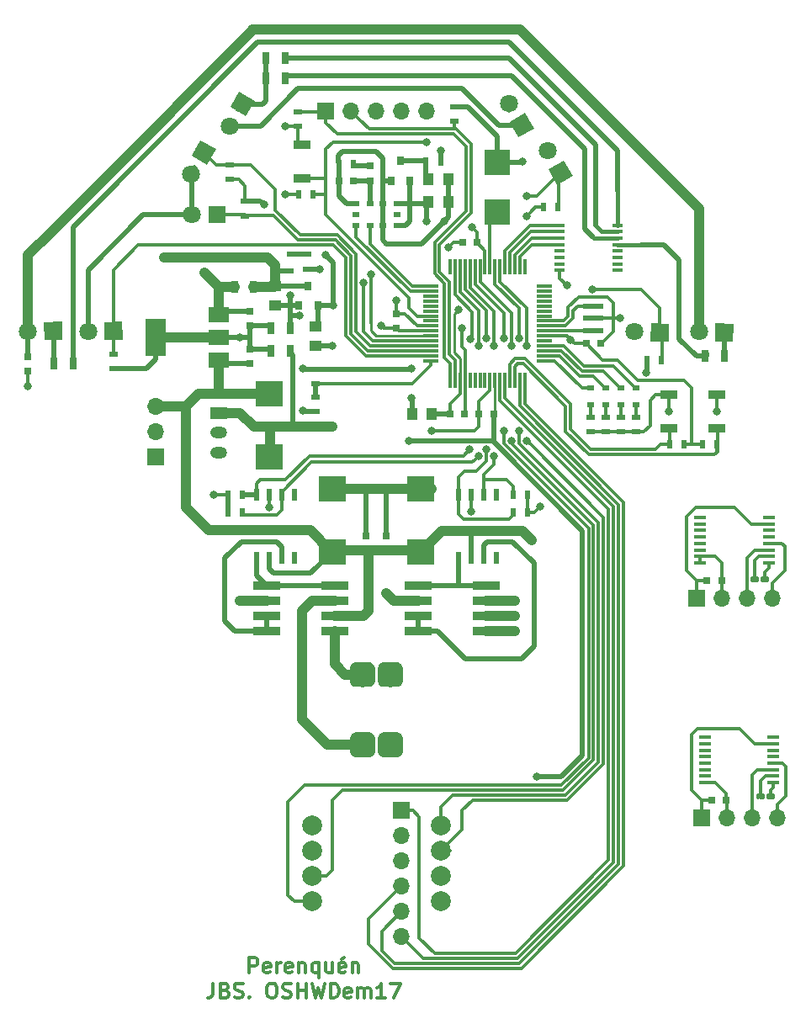
<source format=gbr>
%TF.GenerationSoftware,KiCad,Pcbnew,no-vcs-found-0b1eb56~60~ubuntu17.04.1*%
%TF.CreationDate,2017-11-05T23:15:26+01:00*%
%TF.ProjectId,perenquen,706572656E7175656E2E6B696361645F,rev?*%
%TF.SameCoordinates,Original*%
%TF.FileFunction,Copper,L1,Top,Signal*%
%TF.FilePolarity,Positive*%
%FSLAX46Y46*%
G04 Gerber Fmt 4.6, Leading zero omitted, Abs format (unit mm)*
G04 Created by KiCad (PCBNEW no-vcs-found-0b1eb56~60~ubuntu17.04.1) date Sun Nov  5 23:15:26 2017*
%MOMM*%
%LPD*%
G01*
G04 APERTURE LIST*
%TA.AperFunction,NonConductor*%
%ADD10C,0.300000*%
%TD*%
%TA.AperFunction,ComponentPad*%
%ADD11C,2.000000*%
%TD*%
%TA.AperFunction,Conductor*%
%ADD12C,0.100000*%
%TD*%
%TA.AperFunction,ComponentPad*%
%ADD13C,2.500000*%
%TD*%
%TA.AperFunction,SMDPad,CuDef*%
%ADD14R,0.700000X1.300000*%
%TD*%
%TA.AperFunction,ComponentPad*%
%ADD15R,1.700000X1.700000*%
%TD*%
%TA.AperFunction,ComponentPad*%
%ADD16O,1.700000X1.700000*%
%TD*%
%TA.AperFunction,SMDPad,CuDef*%
%ADD17R,0.500000X0.900000*%
%TD*%
%TA.AperFunction,SMDPad,CuDef*%
%ADD18R,1.700000X0.900000*%
%TD*%
%TA.AperFunction,SMDPad,CuDef*%
%ADD19R,0.300000X1.500000*%
%TD*%
%TA.AperFunction,SMDPad,CuDef*%
%ADD20R,1.500000X0.300000*%
%TD*%
%TA.AperFunction,SMDPad,CuDef*%
%ADD21R,0.508000X1.143000*%
%TD*%
%TA.AperFunction,ComponentPad*%
%ADD22O,1.700000X1.200000*%
%TD*%
%TA.AperFunction,ComponentPad*%
%ADD23R,1.700000X1.200000*%
%TD*%
%TA.AperFunction,ComponentPad*%
%ADD24C,1.800000*%
%TD*%
%TA.AperFunction,ComponentPad*%
%ADD25R,1.800000X1.800000*%
%TD*%
%TA.AperFunction,SMDPad,CuDef*%
%ADD26R,1.000000X1.250000*%
%TD*%
%TA.AperFunction,SMDPad,CuDef*%
%ADD27R,2.700000X2.550000*%
%TD*%
%TA.AperFunction,SMDPad,CuDef*%
%ADD28R,0.750000X0.800000*%
%TD*%
%TA.AperFunction,SMDPad,CuDef*%
%ADD29R,0.800000X0.750000*%
%TD*%
%TA.AperFunction,SMDPad,CuDef*%
%ADD30R,1.250000X1.000000*%
%TD*%
%TA.AperFunction,SMDPad,CuDef*%
%ADD31R,2.500000X2.550000*%
%TD*%
%TA.AperFunction,SMDPad,CuDef*%
%ADD32R,0.800000X0.600000*%
%TD*%
%TA.AperFunction,SMDPad,CuDef*%
%ADD33R,0.900000X0.500000*%
%TD*%
%TA.AperFunction,SMDPad,CuDef*%
%ADD34R,0.800000X0.900000*%
%TD*%
%TA.AperFunction,SMDPad,CuDef*%
%ADD35R,2.000000X1.500000*%
%TD*%
%TA.AperFunction,SMDPad,CuDef*%
%ADD36R,2.000000X3.800000*%
%TD*%
%TA.AperFunction,SMDPad,CuDef*%
%ADD37R,0.700000X0.600000*%
%TD*%
%TA.AperFunction,SMDPad,CuDef*%
%ADD38R,2.800000X0.950000*%
%TD*%
%TA.AperFunction,SMDPad,CuDef*%
%ADD39R,1.200000X0.400000*%
%TD*%
%TA.AperFunction,SMDPad,CuDef*%
%ADD40R,1.000000X0.400000*%
%TD*%
%TA.AperFunction,SMDPad,CuDef*%
%ADD41R,2.100000X0.500000*%
%TD*%
%TA.AperFunction,ViaPad*%
%ADD42C,0.800000*%
%TD*%
%TA.AperFunction,Conductor*%
%ADD43C,0.500000*%
%TD*%
%TA.AperFunction,Conductor*%
%ADD44C,0.300000*%
%TD*%
%TA.AperFunction,Conductor*%
%ADD45C,1.000000*%
%TD*%
%TA.AperFunction,Conductor*%
%ADD46C,0.250000*%
%TD*%
%TA.AperFunction,Conductor*%
%ADD47C,0.400000*%
%TD*%
G04 APERTURE END LIST*
D10*
X-12789800Y-26479971D02*
X-12789800Y-24979971D01*
X-12218371Y-24979971D01*
X-12075514Y-25051400D01*
X-12004085Y-25122828D01*
X-11932657Y-25265685D01*
X-11932657Y-25479971D01*
X-12004085Y-25622828D01*
X-12075514Y-25694257D01*
X-12218371Y-25765685D01*
X-12789800Y-25765685D01*
X-10718371Y-26408542D02*
X-10861228Y-26479971D01*
X-11146942Y-26479971D01*
X-11289800Y-26408542D01*
X-11361228Y-26265685D01*
X-11361228Y-25694257D01*
X-11289800Y-25551400D01*
X-11146942Y-25479971D01*
X-10861228Y-25479971D01*
X-10718371Y-25551400D01*
X-10646942Y-25694257D01*
X-10646942Y-25837114D01*
X-11361228Y-25979971D01*
X-10004085Y-26479971D02*
X-10004085Y-25479971D01*
X-10004085Y-25765685D02*
X-9932657Y-25622828D01*
X-9861228Y-25551400D01*
X-9718371Y-25479971D01*
X-9575514Y-25479971D01*
X-8504085Y-26408542D02*
X-8646942Y-26479971D01*
X-8932657Y-26479971D01*
X-9075514Y-26408542D01*
X-9146942Y-26265685D01*
X-9146942Y-25694257D01*
X-9075514Y-25551400D01*
X-8932657Y-25479971D01*
X-8646942Y-25479971D01*
X-8504085Y-25551400D01*
X-8432657Y-25694257D01*
X-8432657Y-25837114D01*
X-9146942Y-25979971D01*
X-7789799Y-25479971D02*
X-7789799Y-26479971D01*
X-7789799Y-25622828D02*
X-7718371Y-25551400D01*
X-7575514Y-25479971D01*
X-7361228Y-25479971D01*
X-7218371Y-25551400D01*
X-7146942Y-25694257D01*
X-7146942Y-26479971D01*
X-5789799Y-25479971D02*
X-5789799Y-26979971D01*
X-5789799Y-26408542D02*
X-5932657Y-26479971D01*
X-6218371Y-26479971D01*
X-6361228Y-26408542D01*
X-6432657Y-26337114D01*
X-6504085Y-26194257D01*
X-6504085Y-25765685D01*
X-6432657Y-25622828D01*
X-6361228Y-25551400D01*
X-6218371Y-25479971D01*
X-5932657Y-25479971D01*
X-5789799Y-25551400D01*
X-4432657Y-25479971D02*
X-4432657Y-26479971D01*
X-5075514Y-25479971D02*
X-5075514Y-26265685D01*
X-5004085Y-26408542D01*
X-4861228Y-26479971D01*
X-4646942Y-26479971D01*
X-4504085Y-26408542D01*
X-4432657Y-26337114D01*
X-3146942Y-26408542D02*
X-3289800Y-26479971D01*
X-3575514Y-26479971D01*
X-3718371Y-26408542D01*
X-3789800Y-26265685D01*
X-3789800Y-25694257D01*
X-3718371Y-25551400D01*
X-3575514Y-25479971D01*
X-3289800Y-25479971D01*
X-3146942Y-25551400D01*
X-3075514Y-25694257D01*
X-3075514Y-25837114D01*
X-3789800Y-25979971D01*
X-3289800Y-24908542D02*
X-3504085Y-25122828D01*
X-2432657Y-25479971D02*
X-2432657Y-26479971D01*
X-2432657Y-25622828D02*
X-2361228Y-25551400D01*
X-2218371Y-25479971D01*
X-2004085Y-25479971D01*
X-1861228Y-25551400D01*
X-1789800Y-25694257D01*
X-1789800Y-26479971D01*
X-16432657Y-27529971D02*
X-16432657Y-28601400D01*
X-16504085Y-28815685D01*
X-16646942Y-28958542D01*
X-16861228Y-29029971D01*
X-17004085Y-29029971D01*
X-15218371Y-28244257D02*
X-15004085Y-28315685D01*
X-14932657Y-28387114D01*
X-14861228Y-28529971D01*
X-14861228Y-28744257D01*
X-14932657Y-28887114D01*
X-15004085Y-28958542D01*
X-15146942Y-29029971D01*
X-15718371Y-29029971D01*
X-15718371Y-27529971D01*
X-15218371Y-27529971D01*
X-15075514Y-27601400D01*
X-15004085Y-27672828D01*
X-14932657Y-27815685D01*
X-14932657Y-27958542D01*
X-15004085Y-28101400D01*
X-15075514Y-28172828D01*
X-15218371Y-28244257D01*
X-15718371Y-28244257D01*
X-14289800Y-28958542D02*
X-14075514Y-29029971D01*
X-13718371Y-29029971D01*
X-13575514Y-28958542D01*
X-13504085Y-28887114D01*
X-13432657Y-28744257D01*
X-13432657Y-28601400D01*
X-13504085Y-28458542D01*
X-13575514Y-28387114D01*
X-13718371Y-28315685D01*
X-14004085Y-28244257D01*
X-14146942Y-28172828D01*
X-14218371Y-28101400D01*
X-14289800Y-27958542D01*
X-14289800Y-27815685D01*
X-14218371Y-27672828D01*
X-14146942Y-27601400D01*
X-14004085Y-27529971D01*
X-13646942Y-27529971D01*
X-13432657Y-27601400D01*
X-12789800Y-28887114D02*
X-12718371Y-28958542D01*
X-12789800Y-29029971D01*
X-12861228Y-28958542D01*
X-12789800Y-28887114D01*
X-12789800Y-29029971D01*
X-10646942Y-27529971D02*
X-10361228Y-27529971D01*
X-10218371Y-27601400D01*
X-10075514Y-27744257D01*
X-10004085Y-28029971D01*
X-10004085Y-28529971D01*
X-10075514Y-28815685D01*
X-10218371Y-28958542D01*
X-10361228Y-29029971D01*
X-10646942Y-29029971D01*
X-10789800Y-28958542D01*
X-10932657Y-28815685D01*
X-11004085Y-28529971D01*
X-11004085Y-28029971D01*
X-10932657Y-27744257D01*
X-10789800Y-27601400D01*
X-10646942Y-27529971D01*
X-9432657Y-28958542D02*
X-9218371Y-29029971D01*
X-8861228Y-29029971D01*
X-8718371Y-28958542D01*
X-8646942Y-28887114D01*
X-8575514Y-28744257D01*
X-8575514Y-28601400D01*
X-8646942Y-28458542D01*
X-8718371Y-28387114D01*
X-8861228Y-28315685D01*
X-9146942Y-28244257D01*
X-9289800Y-28172828D01*
X-9361228Y-28101400D01*
X-9432657Y-27958542D01*
X-9432657Y-27815685D01*
X-9361228Y-27672828D01*
X-9289800Y-27601400D01*
X-9146942Y-27529971D01*
X-8789800Y-27529971D01*
X-8575514Y-27601400D01*
X-7932657Y-29029971D02*
X-7932657Y-27529971D01*
X-7932657Y-28244257D02*
X-7075514Y-28244257D01*
X-7075514Y-29029971D02*
X-7075514Y-27529971D01*
X-6504085Y-27529971D02*
X-6146942Y-29029971D01*
X-5861228Y-27958542D01*
X-5575514Y-29029971D01*
X-5218371Y-27529971D01*
X-4646942Y-29029971D02*
X-4646942Y-27529971D01*
X-4289800Y-27529971D01*
X-4075514Y-27601400D01*
X-3932657Y-27744257D01*
X-3861228Y-27887114D01*
X-3789800Y-28172828D01*
X-3789800Y-28387114D01*
X-3861228Y-28672828D01*
X-3932657Y-28815685D01*
X-4075514Y-28958542D01*
X-4289800Y-29029971D01*
X-4646942Y-29029971D01*
X-2575514Y-28958542D02*
X-2718371Y-29029971D01*
X-3004085Y-29029971D01*
X-3146942Y-28958542D01*
X-3218371Y-28815685D01*
X-3218371Y-28244257D01*
X-3146942Y-28101400D01*
X-3004085Y-28029971D01*
X-2718371Y-28029971D01*
X-2575514Y-28101400D01*
X-2504085Y-28244257D01*
X-2504085Y-28387114D01*
X-3218371Y-28529971D01*
X-1861228Y-29029971D02*
X-1861228Y-28029971D01*
X-1861228Y-28172828D02*
X-1789800Y-28101400D01*
X-1646942Y-28029971D01*
X-1432657Y-28029971D01*
X-1289800Y-28101400D01*
X-1218371Y-28244257D01*
X-1218371Y-29029971D01*
X-1218371Y-28244257D02*
X-1146942Y-28101400D01*
X-1004085Y-28029971D01*
X-789800Y-28029971D01*
X-646942Y-28101400D01*
X-575514Y-28244257D01*
X-575514Y-29029971D01*
X924485Y-29029971D02*
X67342Y-29029971D01*
X495914Y-29029971D02*
X495914Y-27529971D01*
X353057Y-27744257D01*
X210200Y-27887114D01*
X67342Y-27958542D01*
X1424485Y-27529971D02*
X2424485Y-27529971D01*
X1781628Y-29029971D01*
D11*
%TO.P,M1,7*%
%TO.N,/ENC-L-CHA*%
X-6500000Y-16730000D03*
%TO.P,M1,8*%
%TO.N,/ENC-L-CHB*%
X-6500000Y-19270000D03*
%TO.P,M1,6*%
%TO.N,+3V3*%
X-6500000Y-14190000D03*
%TO.P,M1,5*%
%TO.N,GND*%
X-6500000Y-11650000D03*
%TO.P,M1,12*%
%TO.N,/ENC-R-CHB*%
X6500000Y-11650000D03*
%TO.P,M1,11*%
%TO.N,/ENC-R-CHA*%
X6500000Y-14190000D03*
%TO.P,M1,9*%
%TO.N,GND*%
X6500000Y-19270000D03*
D12*
%TD*%
%TO.N,Net-(M1-Pad4)*%
%TO.C,M1*%
G36*
X2086261Y4776990D02*
X2146931Y4767991D01*
X2206428Y4753088D01*
X2264177Y4732425D01*
X2319623Y4706201D01*
X2372231Y4674669D01*
X2421496Y4638132D01*
X2466942Y4596942D01*
X2508132Y4551496D01*
X2544669Y4502231D01*
X2576201Y4449623D01*
X2602425Y4394177D01*
X2623088Y4336428D01*
X2637991Y4276931D01*
X2646990Y4216261D01*
X2650000Y4155000D01*
X2650000Y2905000D01*
X2646990Y2843739D01*
X2637991Y2783069D01*
X2623088Y2723572D01*
X2602425Y2665823D01*
X2576201Y2610377D01*
X2544669Y2557769D01*
X2508132Y2508504D01*
X2466942Y2463058D01*
X2421496Y2421868D01*
X2372231Y2385331D01*
X2319623Y2353799D01*
X2264177Y2327575D01*
X2206428Y2306912D01*
X2146931Y2292009D01*
X2086261Y2283010D01*
X2025000Y2280000D01*
X775000Y2280000D01*
X713739Y2283010D01*
X653069Y2292009D01*
X593572Y2306912D01*
X535823Y2327575D01*
X480377Y2353799D01*
X427769Y2385331D01*
X378504Y2421868D01*
X333058Y2463058D01*
X291868Y2508504D01*
X255331Y2557769D01*
X223799Y2610377D01*
X197575Y2665823D01*
X176912Y2723572D01*
X162009Y2783069D01*
X153010Y2843739D01*
X150000Y2905000D01*
X150000Y4155000D01*
X153010Y4216261D01*
X162009Y4276931D01*
X176912Y4336428D01*
X197575Y4394177D01*
X223799Y4449623D01*
X255331Y4502231D01*
X291868Y4551496D01*
X333058Y4596942D01*
X378504Y4638132D01*
X427769Y4674669D01*
X480377Y4706201D01*
X535823Y4732425D01*
X593572Y4753088D01*
X653069Y4767991D01*
X713739Y4776990D01*
X775000Y4780000D01*
X2025000Y4780000D01*
X2086261Y4776990D01*
X2086261Y4776990D01*
G37*
D13*
%TO.P,M1,4*%
%TO.N,Net-(M1-Pad4)*%
X1400000Y3530000D03*
D12*
%TD*%
%TO.N,Net-(M1-Pad1)*%
%TO.C,M1*%
G36*
X-713739Y4776990D02*
X-653069Y4767991D01*
X-593572Y4753088D01*
X-535823Y4732425D01*
X-480377Y4706201D01*
X-427769Y4674669D01*
X-378504Y4638132D01*
X-333058Y4596942D01*
X-291868Y4551496D01*
X-255331Y4502231D01*
X-223799Y4449623D01*
X-197575Y4394177D01*
X-176912Y4336428D01*
X-162009Y4276931D01*
X-153010Y4216261D01*
X-150000Y4155000D01*
X-150000Y2905000D01*
X-153010Y2843739D01*
X-162009Y2783069D01*
X-176912Y2723572D01*
X-197575Y2665823D01*
X-223799Y2610377D01*
X-255331Y2557769D01*
X-291868Y2508504D01*
X-333058Y2463058D01*
X-378504Y2421868D01*
X-427769Y2385331D01*
X-480377Y2353799D01*
X-535823Y2327575D01*
X-593572Y2306912D01*
X-653069Y2292009D01*
X-713739Y2283010D01*
X-775000Y2280000D01*
X-2025000Y2280000D01*
X-2086261Y2283010D01*
X-2146931Y2292009D01*
X-2206428Y2306912D01*
X-2264177Y2327575D01*
X-2319623Y2353799D01*
X-2372231Y2385331D01*
X-2421496Y2421868D01*
X-2466942Y2463058D01*
X-2508132Y2508504D01*
X-2544669Y2557769D01*
X-2576201Y2610377D01*
X-2602425Y2665823D01*
X-2623088Y2723572D01*
X-2637991Y2783069D01*
X-2646990Y2843739D01*
X-2650000Y2905000D01*
X-2650000Y4155000D01*
X-2646990Y4216261D01*
X-2637991Y4276931D01*
X-2623088Y4336428D01*
X-2602425Y4394177D01*
X-2576201Y4449623D01*
X-2544669Y4502231D01*
X-2508132Y4551496D01*
X-2466942Y4596942D01*
X-2421496Y4638132D01*
X-2372231Y4674669D01*
X-2319623Y4706201D01*
X-2264177Y4732425D01*
X-2206428Y4753088D01*
X-2146931Y4767991D01*
X-2086261Y4776990D01*
X-2025000Y4780000D01*
X-775000Y4780000D01*
X-713739Y4776990D01*
X-713739Y4776990D01*
G37*
D13*
%TO.P,M1,1*%
%TO.N,Net-(M1-Pad1)*%
X-1400000Y3530000D03*
D12*
%TD*%
%TO.N,Net-(M1-Pad2)*%
%TO.C,M1*%
G36*
X-713739Y-2283010D02*
X-653069Y-2292009D01*
X-593572Y-2306912D01*
X-535823Y-2327575D01*
X-480377Y-2353799D01*
X-427769Y-2385331D01*
X-378504Y-2421868D01*
X-333058Y-2463058D01*
X-291868Y-2508504D01*
X-255331Y-2557769D01*
X-223799Y-2610377D01*
X-197575Y-2665823D01*
X-176912Y-2723572D01*
X-162009Y-2783069D01*
X-153010Y-2843739D01*
X-150000Y-2905000D01*
X-150000Y-4155000D01*
X-153010Y-4216261D01*
X-162009Y-4276931D01*
X-176912Y-4336428D01*
X-197575Y-4394177D01*
X-223799Y-4449623D01*
X-255331Y-4502231D01*
X-291868Y-4551496D01*
X-333058Y-4596942D01*
X-378504Y-4638132D01*
X-427769Y-4674669D01*
X-480377Y-4706201D01*
X-535823Y-4732425D01*
X-593572Y-4753088D01*
X-653069Y-4767991D01*
X-713739Y-4776990D01*
X-775000Y-4780000D01*
X-2025000Y-4780000D01*
X-2086261Y-4776990D01*
X-2146931Y-4767991D01*
X-2206428Y-4753088D01*
X-2264177Y-4732425D01*
X-2319623Y-4706201D01*
X-2372231Y-4674669D01*
X-2421496Y-4638132D01*
X-2466942Y-4596942D01*
X-2508132Y-4551496D01*
X-2544669Y-4502231D01*
X-2576201Y-4449623D01*
X-2602425Y-4394177D01*
X-2623088Y-4336428D01*
X-2637991Y-4276931D01*
X-2646990Y-4216261D01*
X-2650000Y-4155000D01*
X-2650000Y-2905000D01*
X-2646990Y-2843739D01*
X-2637991Y-2783069D01*
X-2623088Y-2723572D01*
X-2602425Y-2665823D01*
X-2576201Y-2610377D01*
X-2544669Y-2557769D01*
X-2508132Y-2508504D01*
X-2466942Y-2463058D01*
X-2421496Y-2421868D01*
X-2372231Y-2385331D01*
X-2319623Y-2353799D01*
X-2264177Y-2327575D01*
X-2206428Y-2306912D01*
X-2146931Y-2292009D01*
X-2086261Y-2283010D01*
X-2025000Y-2280000D01*
X-775000Y-2280000D01*
X-713739Y-2283010D01*
X-713739Y-2283010D01*
G37*
D13*
%TO.P,M1,2*%
%TO.N,Net-(M1-Pad2)*%
X-1400000Y-3530000D03*
D12*
%TD*%
%TO.N,Net-(M1-Pad3)*%
%TO.C,M1*%
G36*
X2086261Y-2283010D02*
X2146931Y-2292009D01*
X2206428Y-2306912D01*
X2264177Y-2327575D01*
X2319623Y-2353799D01*
X2372231Y-2385331D01*
X2421496Y-2421868D01*
X2466942Y-2463058D01*
X2508132Y-2508504D01*
X2544669Y-2557769D01*
X2576201Y-2610377D01*
X2602425Y-2665823D01*
X2623088Y-2723572D01*
X2637991Y-2783069D01*
X2646990Y-2843739D01*
X2650000Y-2905000D01*
X2650000Y-4155000D01*
X2646990Y-4216261D01*
X2637991Y-4276931D01*
X2623088Y-4336428D01*
X2602425Y-4394177D01*
X2576201Y-4449623D01*
X2544669Y-4502231D01*
X2508132Y-4551496D01*
X2466942Y-4596942D01*
X2421496Y-4638132D01*
X2372231Y-4674669D01*
X2319623Y-4706201D01*
X2264177Y-4732425D01*
X2206428Y-4753088D01*
X2146931Y-4767991D01*
X2086261Y-4776990D01*
X2025000Y-4780000D01*
X775000Y-4780000D01*
X713739Y-4776990D01*
X653069Y-4767991D01*
X593572Y-4753088D01*
X535823Y-4732425D01*
X480377Y-4706201D01*
X427769Y-4674669D01*
X378504Y-4638132D01*
X333058Y-4596942D01*
X291868Y-4551496D01*
X255331Y-4502231D01*
X223799Y-4449623D01*
X197575Y-4394177D01*
X176912Y-4336428D01*
X162009Y-4276931D01*
X153010Y-4216261D01*
X150000Y-4155000D01*
X150000Y-2905000D01*
X153010Y-2843739D01*
X162009Y-2783069D01*
X176912Y-2723572D01*
X197575Y-2665823D01*
X223799Y-2610377D01*
X255331Y-2557769D01*
X291868Y-2508504D01*
X333058Y-2463058D01*
X378504Y-2421868D01*
X427769Y-2385331D01*
X480377Y-2353799D01*
X535823Y-2327575D01*
X593572Y-2306912D01*
X653069Y-2292009D01*
X713739Y-2283010D01*
X775000Y-2280000D01*
X2025000Y-2280000D01*
X2086261Y-2283010D01*
X2086261Y-2283010D01*
G37*
D13*
%TO.P,M1,3*%
%TO.N,Net-(M1-Pad3)*%
X1400000Y-3530000D03*
D11*
%TO.P,M1,10*%
%TO.N,+3V3*%
X6500000Y-16730000D03*
%TD*%
D14*
%TO.P,R6,2*%
%TO.N,-BATT*%
X-8702000Y36068000D03*
%TO.P,R6,1*%
%TO.N,GNDA*%
X-10602000Y36068000D03*
%TD*%
D15*
%TO.P,J5,1*%
%TO.N,/GND-R*%
X32210000Y11208000D03*
D16*
%TO.P,J5,2*%
%TO.N,/3V3-R*%
X34750000Y11208000D03*
%TO.P,J5,3*%
%TO.N,Net-(J5-Pad3)*%
X37290000Y11208000D03*
%TO.P,J5,4*%
%TO.N,Net-(J5-Pad4)*%
X39830000Y11208000D03*
%TD*%
D17*
%TO.P,R9,2*%
%TO.N,+3V3*%
X-7862000Y51816000D03*
%TO.P,R9,1*%
%TO.N,/RESET*%
X-6362000Y51816000D03*
%TD*%
D16*
%TO.P,J3,6*%
%TO.N,/BT-STATE*%
X2540000Y-22860000D03*
%TO.P,J3,5*%
%TO.N,/UART_TX*%
X2540000Y-20320000D03*
%TO.P,J3,4*%
%TO.N,/UART_RX*%
X2540000Y-17780000D03*
%TO.P,J3,3*%
%TO.N,GND*%
X2540000Y-15240000D03*
%TO.P,J3,2*%
%TO.N,+3V3*%
X2540000Y-12700000D03*
D15*
%TO.P,J3,1*%
%TO.N,/BT-EN*%
X2540000Y-10160000D03*
%TD*%
D17*
%TO.P,R11,1*%
%TO.N,/USER_SW1*%
X34278000Y26670000D03*
%TO.P,R11,2*%
%TO.N,+3V3*%
X32778000Y26670000D03*
%TD*%
%TO.P,R14,2*%
%TO.N,+3V3*%
X30976000Y26670000D03*
%TO.P,R14,1*%
%TO.N,/USER_SW2*%
X29476000Y26670000D03*
%TD*%
D18*
%TO.P,SW3,1*%
%TO.N,GND*%
X34290000Y31672000D03*
%TO.P,SW3,2*%
%TO.N,/USER_SW1*%
X34290000Y28272000D03*
%TD*%
%TO.P,SW4,2*%
%TO.N,/USER_SW2*%
X29464000Y28272000D03*
%TO.P,SW4,1*%
%TO.N,GND*%
X29464000Y31672000D03*
%TD*%
D19*
%TO.P,U11,64*%
%TO.N,Net-(U11-Pad64)*%
X7426000Y44562000D03*
%TO.P,U11,63*%
%TO.N,/MOTOR-L-INB*%
X7926000Y44562000D03*
%TO.P,U11,62*%
%TO.N,/MOTOR-L-INA*%
X8426000Y44562000D03*
%TO.P,U11,61*%
%TO.N,/MOTOR-R-INB*%
X8926000Y44562000D03*
%TO.P,U11,60*%
%TO.N,/MOTOR-R-INA*%
X9426000Y44562000D03*
%TO.P,U11,59*%
%TO.N,/ENC-L-CHB*%
X9926000Y44562000D03*
%TO.P,U11,58*%
%TO.N,/ENC-L-CHA*%
X10426000Y44562000D03*
%TO.P,U11,57*%
%TO.N,+3V3*%
X10926000Y44562000D03*
%TO.P,U11,56*%
%TO.N,Net-(C19-Pad1)*%
X11426000Y44562000D03*
%TO.P,U11,55*%
%TO.N,/ENC-R-CHB*%
X11926000Y44562000D03*
%TO.P,U11,54*%
%TO.N,/ENC-R-CHA*%
X12426000Y44562000D03*
%TO.P,U11,53*%
%TO.N,/FRONT-L-TX*%
X12926000Y44562000D03*
%TO.P,U11,52*%
%TO.N,/DIAG1-L-TX*%
X13426000Y44562000D03*
%TO.P,U11,51*%
%TO.N,/DIAG2-L-TX*%
X13926000Y44562000D03*
%TO.P,U11,50*%
%TO.N,/FRONT-R-TX*%
X14426000Y44562000D03*
%TO.P,U11,49*%
%TO.N,Net-(U11-Pad49)*%
X14926000Y44562000D03*
D20*
%TO.P,U11,48*%
%TO.N,Net-(U11-Pad48)*%
X16876000Y42612000D03*
%TO.P,U11,47*%
%TO.N,Net-(U11-Pad47)*%
X16876000Y42112000D03*
%TO.P,U11,46*%
%TO.N,Net-(U11-Pad46)*%
X16876000Y41612000D03*
%TO.P,U11,45*%
%TO.N,Net-(U11-Pad45)*%
X16876000Y41112000D03*
%TO.P,U11,44*%
%TO.N,Net-(U11-Pad44)*%
X16876000Y40612000D03*
%TO.P,U11,43*%
%TO.N,Net-(U11-Pad43)*%
X16876000Y40112000D03*
%TO.P,U11,42*%
%TO.N,Net-(U11-Pad42)*%
X16876000Y39612000D03*
%TO.P,U11,41*%
%TO.N,GND*%
X16876000Y39112000D03*
%TO.P,U11,40*%
%TO.N,Net-(U11-Pad40)*%
X16876000Y38612000D03*
%TO.P,U11,39*%
%TO.N,Net-(U11-Pad39)*%
X16876000Y38112000D03*
%TO.P,U11,38*%
%TO.N,+3V3*%
X16876000Y37612000D03*
%TO.P,U11,37*%
%TO.N,Net-(U11-Pad37)*%
X16876000Y37112000D03*
%TO.P,U11,36*%
%TO.N,/LED1*%
X16876000Y36612000D03*
%TO.P,U11,35*%
%TO.N,/LED2*%
X16876000Y36112000D03*
%TO.P,U11,34*%
%TO.N,/LED3*%
X16876000Y35612000D03*
%TO.P,U11,33*%
%TO.N,/LED4*%
X16876000Y35112000D03*
D19*
%TO.P,U11,32*%
%TO.N,/UART_RX*%
X14926000Y33162000D03*
%TO.P,U11,31*%
%TO.N,/UART_TX*%
X14426000Y33162000D03*
%TO.P,U11,30*%
%TO.N,/USER_SW1*%
X13926000Y33162000D03*
%TO.P,U11,29*%
%TO.N,/USER_SW2*%
X13426000Y33162000D03*
%TO.P,U11,28*%
%TO.N,/BT-STATE*%
X12926000Y33162000D03*
%TO.P,U11,27*%
%TO.N,/BT-EN*%
X12426000Y33162000D03*
%TO.P,U11,26*%
%TO.N,+3V3*%
X11926000Y33162000D03*
%TO.P,U11,25*%
%TO.N,GND*%
X11426000Y33162000D03*
%TO.P,U11,24*%
%TO.N,Net-(U11-Pad24)*%
X10926000Y33162000D03*
%TO.P,U11,23*%
%TO.N,Net-(U11-Pad23)*%
X10426000Y33162000D03*
%TO.P,U11,22*%
%TO.N,Net-(U11-Pad22)*%
X9926000Y33162000D03*
%TO.P,U11,21*%
%TO.N,Net-(U11-Pad21)*%
X9426000Y33162000D03*
%TO.P,U11,20*%
%TO.N,GNDA*%
X8926000Y33162000D03*
%TO.P,U11,19*%
%TO.N,+3.3VA*%
X8426000Y33162000D03*
%TO.P,U11,18*%
%TO.N,/PGED*%
X7926000Y33162000D03*
%TO.P,U11,17*%
%TO.N,/PGEC*%
X7426000Y33162000D03*
D20*
%TO.P,U11,16*%
%TO.N,/VBAT-SENS*%
X5476000Y35112000D03*
%TO.P,U11,15*%
%TO.N,/FRONT-L-RX*%
X5476000Y35612000D03*
%TO.P,U11,14*%
%TO.N,/FLASH-RX*%
X5476000Y36112000D03*
%TO.P,U11,13*%
%TO.N,/DIAG-L-RX*%
X5476000Y36612000D03*
%TO.P,U11,12*%
%TO.N,/DIAG-R-RX*%
X5476000Y37112000D03*
%TO.P,U11,11*%
%TO.N,/FRONT-R-RX*%
X5476000Y37612000D03*
%TO.P,U11,10*%
%TO.N,+3V3*%
X5476000Y38112000D03*
%TO.P,U11,9*%
%TO.N,GND*%
X5476000Y38612000D03*
%TO.P,U11,8*%
%TO.N,Net-(U11-Pad8)*%
X5476000Y39112000D03*
%TO.P,U11,7*%
%TO.N,/RESET*%
X5476000Y39612000D03*
%TO.P,U11,6*%
%TO.N,Net-(U11-Pad6)*%
X5476000Y40112000D03*
%TO.P,U11,5*%
%TO.N,Net-(U11-Pad5)*%
X5476000Y40612000D03*
%TO.P,U11,4*%
%TO.N,Net-(U11-Pad4)*%
X5476000Y41112000D03*
%TO.P,U11,3*%
%TO.N,Net-(U11-Pad3)*%
X5476000Y41612000D03*
%TO.P,U11,2*%
%TO.N,/GYRO-OUTZ*%
X5476000Y42112000D03*
%TO.P,U11,1*%
%TO.N,/GYRO-VREF*%
X5476000Y42612000D03*
%TD*%
D21*
%TO.P,U4,1*%
%TO.N,Net-(U4-Pad1)*%
X12065000Y21590000D03*
%TO.P,U4,2*%
%TO.N,/MOTOR-R-INA*%
X10795000Y21590000D03*
%TO.P,U4,3*%
%TO.N,-BATT*%
X9525000Y21590000D03*
%TO.P,U4,4*%
%TO.N,/MOTOR-R-INB*%
X8255000Y21590000D03*
%TO.P,U4,5*%
%TO.N,Net-(U4-Pad5)*%
X8255000Y15240000D03*
%TO.P,U4,6*%
%TO.N,+BATT*%
X9525000Y15240000D03*
%TO.P,U4,7*%
%TO.N,Net-(U4-Pad7)*%
X10795000Y15240000D03*
%TO.P,U4,8*%
%TO.N,Net-(U4-Pad8)*%
X12065000Y15240000D03*
%TD*%
D22*
%TO.P,J1,3*%
%TO.N,Net-(J1-Pad3)*%
X-15875000Y25845000D03*
%TO.P,J1,2*%
%TO.N,Net-(J1-Pad2)*%
X-15875000Y27845000D03*
D23*
%TO.P,J1,1*%
%TO.N,-BATT*%
X-15875000Y29845000D03*
%TD*%
D24*
%TO.P,Q2,1*%
%TO.N,/DIAG-L-RX*%
X-17364500Y56071300D03*
D12*
%TD*%
%TO.N,/DIAG-L-RX*%
%TO.C,Q2*%
G36*
X-17693923Y57300723D02*
X-16135077Y56400723D01*
X-17035077Y54841877D01*
X-18593923Y55741877D01*
X-17693923Y57300723D01*
X-17693923Y57300723D01*
G37*
D24*
%TO.P,Q2,2*%
%TO.N,+5VA*%
X-18634500Y53871595D03*
%TD*%
%TO.P,Q5,2*%
%TO.N,+5VA*%
X-18542000Y49784000D03*
D25*
%TO.P,Q5,1*%
%TO.N,/FLASH-RX*%
X-16002000Y49784000D03*
%TD*%
D24*
%TO.P,D6,1*%
%TO.N,Net-(D6-Pad1)*%
X-32510600Y38100600D03*
D12*
%TD*%
%TO.N,Net-(D6-Pad1)*%
%TO.C,D6*%
G36*
X-31642558Y39031461D02*
X-31579739Y37232558D01*
X-33378642Y37169739D01*
X-33441461Y38968642D01*
X-31642558Y39031461D01*
X-31642558Y39031461D01*
G37*
D24*
%TO.P,D6,2*%
%TO.N,+5V*%
X-35049053Y38011955D03*
%TD*%
%TO.P,Q3,2*%
%TO.N,+5VA*%
X-29011853Y38011955D03*
%TO.P,Q3,1*%
%TO.N,/FRONT-L-RX*%
X-26473400Y38100600D03*
D12*
%TD*%
%TO.N,/FRONT-L-RX*%
%TO.C,Q3*%
G36*
X-25605358Y39031461D02*
X-25542539Y37232558D01*
X-27341442Y37169739D01*
X-27404261Y38968642D01*
X-25605358Y39031461D01*
X-25605358Y39031461D01*
G37*
D26*
%TO.P,C1,1*%
%TO.N,Net-(C1-Pad1)*%
X5223000Y53340000D03*
%TO.P,C1,2*%
%TO.N,GNDA*%
X7223000Y53340000D03*
%TD*%
D27*
%TO.P,C2,1*%
%TO.N,+BATT*%
X-10795000Y31750000D03*
%TO.P,C2,2*%
%TO.N,-BATT*%
X-10795000Y25400000D03*
%TD*%
D28*
%TO.P,C3,2*%
%TO.N,GNDA*%
X-12700000Y36310000D03*
%TO.P,C3,1*%
%TO.N,+BATT*%
X-12700000Y34810000D03*
%TD*%
D26*
%TO.P,C4,2*%
%TO.N,GNDA*%
X7223000Y51054000D03*
%TO.P,C4,1*%
%TO.N,+3.3VA*%
X5223000Y51054000D03*
%TD*%
D28*
%TO.P,C5,2*%
%TO.N,Net-(C5-Pad2)*%
X-635000Y54725000D03*
%TO.P,C5,1*%
%TO.N,Net-(C5-Pad1)*%
X-635000Y53225000D03*
%TD*%
%TO.P,C6,1*%
%TO.N,+5VA*%
X-12700000Y40120000D03*
%TO.P,C6,2*%
%TO.N,GNDA*%
X-12700000Y38620000D03*
%TD*%
D29*
%TO.P,C7,2*%
%TO.N,GNDA*%
X-3798000Y53213000D03*
%TO.P,C7,1*%
%TO.N,Net-(C5-Pad1)*%
X-2298000Y53213000D03*
%TD*%
D27*
%TO.P,C8,2*%
%TO.N,-BATT*%
X-4445000Y22225000D03*
%TO.P,C8,1*%
%TO.N,+BATT*%
X-4445000Y15875000D03*
%TD*%
%TO.P,C9,2*%
%TO.N,-BATT*%
X4445000Y22225000D03*
%TO.P,C9,1*%
%TO.N,+BATT*%
X4445000Y15875000D03*
%TD*%
D28*
%TO.P,C10,1*%
%TO.N,+BATT*%
X-1016000Y16014000D03*
%TO.P,C10,2*%
%TO.N,-BATT*%
X-1016000Y17514000D03*
%TD*%
%TO.P,C11,1*%
%TO.N,+BATT*%
X1016000Y16014000D03*
%TO.P,C11,2*%
%TO.N,-BATT*%
X1016000Y17514000D03*
%TD*%
D30*
%TO.P,C12,1*%
%TO.N,+5V*%
X-10160000Y42656000D03*
%TO.P,C12,2*%
%TO.N,GND*%
X-10160000Y40656000D03*
%TD*%
%TO.P,C13,2*%
%TO.N,GND*%
X-6096000Y36592000D03*
%TO.P,C13,1*%
%TO.N,+3V3*%
X-6096000Y38592000D03*
%TD*%
D26*
%TO.P,C14,2*%
%TO.N,GNDA*%
X3572000Y29718000D03*
%TO.P,C14,1*%
%TO.N,+3.3VA*%
X5572000Y29718000D03*
%TD*%
D28*
%TO.P,C15,1*%
%TO.N,+3V3*%
X2032000Y38366000D03*
%TO.P,C15,2*%
%TO.N,GND*%
X2032000Y39866000D03*
%TD*%
D29*
%TO.P,C16,2*%
%TO.N,GNDA*%
X8878000Y29718000D03*
%TO.P,C16,1*%
%TO.N,+3.3VA*%
X7378000Y29718000D03*
%TD*%
%TO.P,C17,2*%
%TO.N,GND*%
X22594000Y36830000D03*
%TO.P,C17,1*%
%TO.N,+3V3*%
X21094000Y36830000D03*
%TD*%
%TO.P,C18,1*%
%TO.N,+3V3*%
X10148000Y46990000D03*
%TO.P,C18,2*%
%TO.N,GND*%
X8648000Y46990000D03*
%TD*%
D31*
%TO.P,C19,2*%
%TO.N,GND*%
X12192000Y55103001D03*
%TO.P,C19,1*%
%TO.N,Net-(C19-Pad1)*%
X12192000Y50052999D03*
%TD*%
D29*
%TO.P,C20,2*%
%TO.N,/GND-L*%
X33718000Y-9124000D03*
%TO.P,C20,1*%
%TO.N,/3V3-L*%
X35218000Y-9124000D03*
%TD*%
%TO.P,C21,1*%
%TO.N,/3V3-R*%
X34738000Y12986000D03*
%TO.P,C21,2*%
%TO.N,/GND-R*%
X33238000Y12986000D03*
%TD*%
%TO.P,C22,2*%
%TO.N,GND*%
X10299000Y29718000D03*
%TO.P,C22,1*%
%TO.N,+3V3*%
X11799000Y29718000D03*
%TD*%
D28*
%TO.P,C23,1*%
%TO.N,+5V*%
X-35052000Y35548000D03*
%TO.P,C23,2*%
%TO.N,GND*%
X-35052000Y34048000D03*
%TD*%
D32*
%TO.P,D1,2*%
%TO.N,/LED1*%
X26162000Y32346000D03*
%TO.P,D1,1*%
%TO.N,Net-(D1-Pad1)*%
X26162000Y30646000D03*
%TD*%
%TO.P,D2,1*%
%TO.N,Net-(D2-Pad1)*%
X-8636000Y45808000D03*
%TO.P,D2,2*%
%TO.N,+5V*%
X-8636000Y44108000D03*
%TD*%
%TO.P,D3,2*%
%TO.N,/LED2*%
X24638000Y32346000D03*
%TO.P,D3,1*%
%TO.N,Net-(D3-Pad1)*%
X24638000Y30646000D03*
%TD*%
%TO.P,D4,1*%
%TO.N,Net-(D4-Pad1)*%
X23114000Y30646000D03*
%TO.P,D4,2*%
%TO.N,/LED3*%
X23114000Y32346000D03*
%TD*%
%TO.P,D5,2*%
%TO.N,/LED4*%
X21590000Y32346000D03*
%TO.P,D5,1*%
%TO.N,Net-(D5-Pad1)*%
X21590000Y30646000D03*
%TD*%
D24*
%TO.P,D7,1*%
%TO.N,Net-(D7-Pad1)*%
X14634200Y58813400D03*
D12*
%TD*%
%TO.N,Net-(D7-Pad1)*%
%TO.C,D7*%
G36*
X15863623Y58483977D02*
X14304777Y57583977D01*
X13404777Y59142823D01*
X14963623Y60042823D01*
X15863623Y58483977D01*
X15863623Y58483977D01*
G37*
D24*
%TO.P,D7,2*%
%TO.N,+5V*%
X13364200Y61013105D03*
%TD*%
%TO.P,D8,2*%
%TO.N,Net-(D7-Pad1)*%
X-14762700Y58743695D03*
%TO.P,D8,1*%
%TO.N,Net-(D8-Pad1)*%
X-13492700Y60943400D03*
D12*
%TD*%
%TO.N,Net-(D8-Pad1)*%
%TO.C,D8*%
G36*
X-13822123Y62172823D02*
X-12263277Y61272823D01*
X-13163277Y59713977D01*
X-14722123Y60613977D01*
X-13822123Y62172823D01*
X-13822123Y62172823D01*
G37*
D24*
%TO.P,D9,2*%
%TO.N,+5V*%
X32455347Y38012845D03*
%TO.P,D9,1*%
%TO.N,Net-(D9-Pad1)*%
X34993800Y37924200D03*
D12*
%TD*%
%TO.N,Net-(D9-Pad1)*%
%TO.C,D9*%
G36*
X35924661Y38792242D02*
X35861842Y36993339D01*
X34062939Y37056158D01*
X34125758Y38855061D01*
X35924661Y38792242D01*
X35924661Y38792242D01*
G37*
D16*
%TO.P,J2,5*%
%TO.N,/RESET*%
X5080000Y60198000D03*
%TO.P,J2,4*%
%TO.N,+3V3*%
X2540000Y60198000D03*
%TO.P,J2,3*%
%TO.N,GND*%
X0Y60198000D03*
%TO.P,J2,2*%
%TO.N,/PGED*%
X-2540000Y60198000D03*
D15*
%TO.P,J2,1*%
%TO.N,/PGEC*%
X-5080000Y60198000D03*
%TD*%
D16*
%TO.P,J4,4*%
%TO.N,Net-(J4-Pad4)*%
X40310000Y-10902000D03*
%TO.P,J4,3*%
%TO.N,Net-(J4-Pad3)*%
X37770000Y-10902000D03*
%TO.P,J4,2*%
%TO.N,/3V3-L*%
X35230000Y-10902000D03*
D15*
%TO.P,J4,1*%
%TO.N,/GND-L*%
X32690000Y-10902000D03*
%TD*%
D24*
%TO.P,Q1,2*%
%TO.N,+5VA*%
X17247800Y56235005D03*
%TO.P,Q1,1*%
%TO.N,/DIAG-R-RX*%
X18517800Y54035300D03*
D12*
%TD*%
%TO.N,/DIAG-R-RX*%
%TO.C,Q1*%
G36*
X19747223Y53705877D02*
X18188377Y52805877D01*
X17288377Y54364723D01*
X18847223Y55264723D01*
X19747223Y53705877D01*
X19747223Y53705877D01*
G37*
D24*
%TO.P,Q4,1*%
%TO.N,/FRONT-R-RX*%
X28532900Y37924200D03*
D12*
%TD*%
%TO.N,/FRONT-R-RX*%
%TO.C,Q4*%
G36*
X29463761Y38792242D02*
X29400942Y36993339D01*
X27602039Y37056158D01*
X27664858Y38855061D01*
X29463761Y38792242D01*
X29463761Y38792242D01*
G37*
D24*
%TO.P,Q4,2*%
%TO.N,+5VA*%
X25994447Y38012845D03*
%TD*%
D17*
%TO.P,R1,1*%
%TO.N,Net-(C1-Pad1)*%
X4965000Y55118000D03*
%TO.P,R1,2*%
%TO.N,+5VA*%
X6465000Y55118000D03*
%TD*%
D33*
%TO.P,R2,1*%
%TO.N,GND*%
X7874000Y60694000D03*
%TO.P,R2,2*%
%TO.N,/PGED*%
X7874000Y59194000D03*
%TD*%
%TO.P,R3,2*%
%TO.N,GND*%
X-7874000Y58686000D03*
%TO.P,R3,1*%
%TO.N,/PGEC*%
X-7874000Y60186000D03*
%TD*%
D17*
%TO.P,R4,2*%
%TO.N,GND*%
X-14974000Y19812000D03*
%TO.P,R4,1*%
%TO.N,/MOTOR-L-INA*%
X-13474000Y19812000D03*
%TD*%
%TO.P,R5,1*%
%TO.N,/MOTOR-R-INA*%
X13728000Y21590000D03*
%TO.P,R5,2*%
%TO.N,GND*%
X15228000Y21590000D03*
%TD*%
%TO.P,R7,1*%
%TO.N,/MOTOR-L-INB*%
X-13474000Y21590000D03*
%TO.P,R7,2*%
%TO.N,GND*%
X-14974000Y21590000D03*
%TD*%
%TO.P,R8,2*%
%TO.N,GND*%
X15228000Y19812000D03*
%TO.P,R8,1*%
%TO.N,/MOTOR-R-INB*%
X13728000Y19812000D03*
%TD*%
%TO.P,R10,2*%
%TO.N,GNDA*%
X-3798000Y54864000D03*
%TO.P,R10,1*%
%TO.N,Net-(C5-Pad2)*%
X-2298000Y54864000D03*
%TD*%
D14*
%TO.P,R12,1*%
%TO.N,+5V*%
X-12385000Y42545000D03*
%TO.P,R12,2*%
%TO.N,+5VA*%
X-14285000Y42545000D03*
%TD*%
%TO.P,R13,2*%
%TO.N,GNDA*%
X-10602000Y38354000D03*
%TO.P,R13,1*%
%TO.N,GND*%
X-8702000Y38354000D03*
%TD*%
D33*
%TO.P,R15,2*%
%TO.N,Net-(D1-Pad1)*%
X26162000Y29452000D03*
%TO.P,R15,1*%
%TO.N,GND*%
X26162000Y27952000D03*
%TD*%
%TO.P,R16,1*%
%TO.N,GND*%
X-6985000Y44335000D03*
%TO.P,R16,2*%
%TO.N,Net-(D2-Pad1)*%
X-6985000Y45835000D03*
%TD*%
%TO.P,R17,2*%
%TO.N,Net-(D3-Pad1)*%
X24638000Y29452000D03*
%TO.P,R17,1*%
%TO.N,GND*%
X24638000Y27952000D03*
%TD*%
%TO.P,R18,1*%
%TO.N,GND*%
X23114000Y27952000D03*
%TO.P,R18,2*%
%TO.N,Net-(D4-Pad1)*%
X23114000Y29452000D03*
%TD*%
%TO.P,R19,1*%
%TO.N,/VBAT-SENS*%
X-6096000Y31484000D03*
%TO.P,R19,2*%
%TO.N,+BATT*%
X-6096000Y29984000D03*
%TD*%
%TO.P,R20,2*%
%TO.N,/VBAT-SENS*%
X-6096000Y32778000D03*
%TO.P,R20,1*%
%TO.N,GNDA*%
X-6096000Y34278000D03*
%TD*%
%TO.P,R21,2*%
%TO.N,Net-(D5-Pad1)*%
X21590000Y29452000D03*
%TO.P,R21,1*%
%TO.N,GND*%
X21590000Y27952000D03*
%TD*%
D17*
%TO.P,R22,1*%
%TO.N,/DIAG-R-RX*%
X18276000Y50546000D03*
%TO.P,R22,2*%
%TO.N,GNDA*%
X16776000Y50546000D03*
%TD*%
D33*
%TO.P,R23,1*%
%TO.N,/DIAG-L-RX*%
X-14732000Y54852000D03*
%TO.P,R23,2*%
%TO.N,GNDA*%
X-14732000Y53352000D03*
%TD*%
%TO.P,R24,2*%
%TO.N,GNDA*%
X-26416000Y34302000D03*
%TO.P,R24,1*%
%TO.N,/FRONT-L-RX*%
X-26416000Y35802000D03*
%TD*%
D14*
%TO.P,R25,1*%
%TO.N,Net-(D6-Pad1)*%
X-32446000Y34798000D03*
%TO.P,R25,2*%
%TO.N,Net-(R25-Pad2)*%
X-30546000Y34798000D03*
%TD*%
%TO.P,R26,2*%
%TO.N,Net-(R26-Pad2)*%
X-9210000Y65532000D03*
%TO.P,R26,1*%
%TO.N,Net-(D8-Pad1)*%
X-11110000Y65532000D03*
%TD*%
%TO.P,R27,1*%
%TO.N,Net-(D8-Pad1)*%
X-11110000Y63500000D03*
%TO.P,R27,2*%
%TO.N,Net-(R27-Pad2)*%
X-9210000Y63500000D03*
%TD*%
%TO.P,R28,2*%
%TO.N,Net-(R28-Pad2)*%
X33086000Y35560000D03*
%TO.P,R28,1*%
%TO.N,Net-(D9-Pad1)*%
X34986000Y35560000D03*
%TD*%
D17*
%TO.P,R29,2*%
%TO.N,GNDA*%
X27190000Y35179000D03*
%TO.P,R29,1*%
%TO.N,/FRONT-R-RX*%
X28690000Y35179000D03*
%TD*%
D33*
%TO.P,R30,1*%
%TO.N,/FLASH-RX*%
X-13208000Y49669000D03*
%TO.P,R30,2*%
%TO.N,GNDA*%
X-13208000Y51169000D03*
%TD*%
D15*
%TO.P,SW1,1*%
%TO.N,Net-(SW1-Pad1)*%
X-22225000Y25400000D03*
D16*
%TO.P,SW1,2*%
%TO.N,Net-(J1-Pad3)*%
X-22225000Y27940000D03*
%TO.P,SW1,3*%
%TO.N,+BATT*%
X-22225000Y30480000D03*
%TD*%
D18*
%TO.P,SW2,2*%
%TO.N,/RESET*%
X-7493000Y53418000D03*
%TO.P,SW2,1*%
%TO.N,GND*%
X-7493000Y56818000D03*
%TD*%
D34*
%TO.P,U1,3*%
%TO.N,Net-(C1-Pad1)*%
X2413000Y55229000D03*
%TO.P,U1,2*%
%TO.N,+3.3VA*%
X3363000Y53229000D03*
%TO.P,U1,1*%
%TO.N,GNDA*%
X1463000Y53229000D03*
%TD*%
D35*
%TO.P,U2,1*%
%TO.N,+BATT*%
X-15900000Y35165000D03*
%TO.P,U2,3*%
%TO.N,+5VA*%
X-15900000Y39765000D03*
%TO.P,U2,2*%
%TO.N,GNDA*%
X-15900000Y37465000D03*
D36*
X-22200000Y37465000D03*
%TD*%
D21*
%TO.P,U3,8*%
%TO.N,Net-(U3-Pad8)*%
X-8255000Y15240000D03*
%TO.P,U3,7*%
%TO.N,Net-(U3-Pad7)*%
X-9525000Y15240000D03*
%TO.P,U3,6*%
%TO.N,+BATT*%
X-10795000Y15240000D03*
%TO.P,U3,5*%
%TO.N,Net-(U3-Pad5)*%
X-12065000Y15240000D03*
%TO.P,U3,4*%
%TO.N,/MOTOR-L-INB*%
X-12065000Y21590000D03*
%TO.P,U3,3*%
%TO.N,-BATT*%
X-10795000Y21590000D03*
%TO.P,U3,2*%
%TO.N,/MOTOR-L-INA*%
X-9525000Y21590000D03*
%TO.P,U3,1*%
%TO.N,Net-(U3-Pad1)*%
X-8255000Y21590000D03*
%TD*%
D37*
%TO.P,U5,10*%
%TO.N,Net-(U5-Pad10)*%
X2050000Y49784000D03*
%TO.P,U5,7*%
%TO.N,/GYRO-VREF*%
X-635000Y48684000D03*
%TO.P,U5,8*%
%TO.N,GNDA*%
X635000Y48684000D03*
%TO.P,U5,5*%
%TO.N,Net-(U5-Pad5)*%
X-2050000Y49784000D03*
%TO.P,U5,4*%
%TO.N,GNDA*%
X-2050000Y50884000D03*
%TO.P,U5,2*%
X635000Y50884000D03*
%TO.P,U5,3*%
%TO.N,Net-(C5-Pad1)*%
X-635000Y50884000D03*
%TO.P,U5,1*%
%TO.N,+3.3VA*%
X2050000Y50884000D03*
%TO.P,U5,9*%
X2050000Y48684000D03*
%TO.P,U5,6*%
%TO.N,/GYRO-OUTZ*%
X-2050000Y48684000D03*
%TD*%
D34*
%TO.P,U6,1*%
%TO.N,GND*%
X-7808000Y40656000D03*
%TO.P,U6,2*%
%TO.N,+3V3*%
X-5908000Y40656000D03*
%TO.P,U6,3*%
%TO.N,+5V*%
X-6858000Y42656000D03*
%TD*%
D38*
%TO.P,U7,1*%
%TO.N,Net-(U3-Pad5)*%
X-11020000Y12440000D03*
%TO.P,U7,2*%
%TO.N,-BATT*%
X-11020000Y10920000D03*
%TO.P,U7,3*%
%TO.N,Net-(U3-Pad7)*%
X-11020000Y9400000D03*
%TO.P,U7,4*%
X-11020000Y7880000D03*
%TO.P,U7,5*%
%TO.N,Net-(M1-Pad1)*%
X-4220000Y7880000D03*
%TO.P,U7,6*%
%TO.N,+BATT*%
X-4220000Y9400000D03*
%TO.P,U7,7*%
%TO.N,Net-(M1-Pad2)*%
X-4220000Y10920000D03*
%TO.P,U7,8*%
%TO.N,Net-(U3-Pad5)*%
X-4220000Y12440000D03*
%TD*%
%TO.P,U8,8*%
%TO.N,Net-(U4-Pad5)*%
X11020000Y12440000D03*
%TO.P,U8,7*%
%TO.N,Net-(M1-Pad4)*%
X11020000Y10920000D03*
%TO.P,U8,6*%
%TO.N,+BATT*%
X11020000Y9400000D03*
%TO.P,U8,5*%
%TO.N,Net-(M1-Pad3)*%
X11020000Y7880000D03*
%TO.P,U8,4*%
%TO.N,Net-(U4-Pad7)*%
X4220000Y7880000D03*
%TO.P,U8,3*%
X4220000Y9400000D03*
%TO.P,U8,2*%
%TO.N,-BATT*%
X4220000Y10920000D03*
%TO.P,U8,1*%
%TO.N,Net-(U4-Pad5)*%
X4220000Y12440000D03*
%TD*%
D39*
%TO.P,U9,1*%
%TO.N,Net-(U9-Pad1)*%
X39950000Y-7335000D03*
%TO.P,U9,2*%
%TO.N,Net-(U9-Pad2)*%
X39950000Y-6685000D03*
%TO.P,U9,3*%
%TO.N,Net-(J4-Pad3)*%
X39950000Y-6035000D03*
%TO.P,U9,4*%
%TO.N,Net-(J4-Pad4)*%
X39950000Y-5385000D03*
%TO.P,U9,5*%
%TO.N,Net-(U9-Pad5)*%
X39950000Y-4735000D03*
%TO.P,U9,6*%
%TO.N,Net-(U9-Pad6)*%
X39950000Y-4085000D03*
%TO.P,U9,7*%
%TO.N,/GND-L*%
X39950000Y-3435000D03*
%TO.P,U9,8*%
%TO.N,Net-(U9-Pad8)*%
X39950000Y-2785000D03*
%TO.P,U9,9*%
%TO.N,Net-(U9-Pad9)*%
X33050000Y-2785000D03*
%TO.P,U9,10*%
%TO.N,Net-(U9-Pad10)*%
X33050000Y-3435000D03*
%TO.P,U9,11*%
%TO.N,Net-(U9-Pad11)*%
X33050000Y-4085000D03*
%TO.P,U9,12*%
%TO.N,Net-(U9-Pad12)*%
X33050000Y-4735000D03*
%TO.P,U9,13*%
%TO.N,Net-(U9-Pad13)*%
X33050000Y-5385000D03*
%TO.P,U9,14*%
%TO.N,Net-(U9-Pad14)*%
X33050000Y-6035000D03*
%TO.P,U9,15*%
%TO.N,/3V3-L*%
X33050000Y-6685000D03*
%TO.P,U9,16*%
X33050000Y-7335000D03*
%TD*%
%TO.P,U10,16*%
%TO.N,/3V3-R*%
X32570000Y14775000D03*
%TO.P,U10,15*%
X32570000Y15425000D03*
%TO.P,U10,14*%
%TO.N,Net-(U10-Pad14)*%
X32570000Y16075000D03*
%TO.P,U10,13*%
%TO.N,Net-(U10-Pad13)*%
X32570000Y16725000D03*
%TO.P,U10,12*%
%TO.N,Net-(U10-Pad12)*%
X32570000Y17375000D03*
%TO.P,U10,11*%
%TO.N,Net-(U10-Pad11)*%
X32570000Y18025000D03*
%TO.P,U10,10*%
%TO.N,Net-(U10-Pad10)*%
X32570000Y18675000D03*
%TO.P,U10,9*%
%TO.N,Net-(U10-Pad9)*%
X32570000Y19325000D03*
%TO.P,U10,8*%
%TO.N,Net-(U10-Pad8)*%
X39470000Y19325000D03*
%TO.P,U10,7*%
%TO.N,/GND-R*%
X39470000Y18675000D03*
%TO.P,U10,6*%
%TO.N,Net-(U10-Pad6)*%
X39470000Y18025000D03*
%TO.P,U10,5*%
%TO.N,Net-(U10-Pad5)*%
X39470000Y17375000D03*
%TO.P,U10,4*%
%TO.N,Net-(J5-Pad4)*%
X39470000Y16725000D03*
%TO.P,U10,3*%
%TO.N,Net-(J5-Pad3)*%
X39470000Y16075000D03*
%TO.P,U10,2*%
%TO.N,Net-(U10-Pad2)*%
X39470000Y15425000D03*
%TO.P,U10,1*%
%TO.N,Net-(U10-Pad1)*%
X39470000Y14775000D03*
%TD*%
D40*
%TO.P,U12,16*%
%TO.N,Net-(R25-Pad2)*%
X24236000Y48757000D03*
%TO.P,U12,15*%
%TO.N,Net-(R26-Pad2)*%
X24236000Y48107000D03*
%TO.P,U12,14*%
%TO.N,Net-(R27-Pad2)*%
X24236000Y47457000D03*
%TO.P,U12,13*%
%TO.N,Net-(R28-Pad2)*%
X24236000Y46807000D03*
%TO.P,U12,12*%
%TO.N,Net-(U12-Pad12)*%
X24236000Y46157000D03*
%TO.P,U12,11*%
%TO.N,Net-(U12-Pad11)*%
X24236000Y45507000D03*
%TO.P,U12,10*%
%TO.N,Net-(U12-Pad10)*%
X24236000Y44857000D03*
%TO.P,U12,9*%
%TO.N,Net-(U12-Pad9)*%
X24236000Y44207000D03*
%TO.P,U12,8*%
%TO.N,GND*%
X18436000Y44207000D03*
%TO.P,U12,7*%
%TO.N,Net-(U12-Pad7)*%
X18436000Y44857000D03*
%TO.P,U12,6*%
%TO.N,Net-(U12-Pad6)*%
X18436000Y45507000D03*
%TO.P,U12,5*%
%TO.N,Net-(U12-Pad5)*%
X18436000Y46157000D03*
%TO.P,U12,4*%
%TO.N,/FRONT-R-TX*%
X18436000Y46807000D03*
%TO.P,U12,3*%
%TO.N,/DIAG2-L-TX*%
X18436000Y47457000D03*
%TO.P,U12,2*%
%TO.N,/DIAG1-L-TX*%
X18436000Y48107000D03*
%TO.P,U12,1*%
%TO.N,/FRONT-L-TX*%
X18436000Y48757000D03*
%TD*%
D41*
%TO.P,Y1,2*%
%TO.N,GND*%
X21844000Y39370000D03*
%TO.P,Y1,3*%
%TO.N,Net-(U11-Pad40)*%
X21844000Y40570000D03*
%TO.P,Y1,1*%
%TO.N,Net-(U11-Pad39)*%
X21844000Y38170000D03*
%TD*%
D42*
%TO.N,GNDA*%
X-7366000Y34290000D03*
X27177994Y33909000D03*
X15112992Y49657000D03*
X8566021Y38354000D03*
X3556000Y34290000D03*
X6858000Y49149000D03*
X-11303000Y50800000D03*
X-13716000Y37465000D03*
X3556000Y31369000D03*
%TO.N,+BATT*%
X-7366000Y30099000D03*
%TO.N,-BATT*%
X-4445000Y28448000D03*
X1015982Y11684000D03*
X9525000Y19939000D03*
X-2032000Y22225000D03*
X-10795000Y20320000D03*
X-1016000Y22225000D03*
%TO.N,+BATT*%
X13970000Y9398000D03*
X15621008Y17018000D03*
%TO.N,-BATT*%
X0Y22225000D03*
X-13716000Y10922000D03*
%TO.N,+3.3VA*%
X5079996Y49149000D03*
X8255000Y40259000D03*
%TO.N,+5VA*%
X-17272000Y43942000D03*
X6477000Y56235005D03*
%TO.N,+5V*%
X-28321000Y52451000D03*
X9906000Y68453000D03*
X-21336000Y45466000D03*
%TO.N,GND*%
X19177000Y42672000D03*
X14732000Y55118000D03*
X-9144000Y58674000D03*
X-5715000Y44323000D03*
X-4445000Y36576000D03*
X-8636000Y41656000D03*
X-7747000Y39624000D03*
X24511000Y39370000D03*
X7239000Y46482000D03*
X5588000Y28067000D03*
X16510000Y20447000D03*
X-16383000Y21590000D03*
X-35052000Y32512000D03*
X2032000Y41148000D03*
X34290000Y29972000D03*
X29464000Y29972000D03*
%TO.N,+3V3*%
X16129000Y-6731000D03*
X3302000Y27050988D03*
X-5080000Y45720000D03*
X19558000Y37211000D03*
X508000Y38608000D03*
X9652000Y48514000D03*
X-4318000Y40640000D03*
X-9144000Y51816000D03*
%TO.N,Net-(M1-Pad3)*%
X13970032Y7874000D03*
%TO.N,Net-(M1-Pad4)*%
X13970006Y10922000D03*
%TO.N,/RESET*%
X5061182Y57085015D03*
%TO.N,/ENC-R-CHA*%
X15135336Y27073340D03*
%TO.N,/ENC-R-CHB*%
X14351000Y28067000D03*
%TO.N,/ENC-L-CHB*%
X12827000Y28067000D03*
X12827000Y37338000D03*
%TO.N,/ENC-R-CHA*%
X15113000Y36576006D03*
%TO.N,/ENC-R-CHB*%
X14351000Y37338000D03*
%TO.N,/ENC-L-CHA*%
X13591108Y27053110D03*
X13589000Y36576000D03*
%TO.N,/DIAG-R-RX*%
X15112996Y51689000D03*
X-1270000Y42926000D03*
%TO.N,/FRONT-R-RX*%
X21717008Y42291000D03*
X-508000Y43815000D03*
%TO.N,/MOTOR-L-INA*%
X10285780Y25525964D03*
%TO.N,/MOTOR-R-INA*%
X11811000Y25527006D03*
%TO.N,/MOTOR-L-INB*%
X9460413Y37278628D03*
X9398000Y26162000D03*
%TO.N,/MOTOR-R-INB*%
X11047951Y26173359D03*
X11049000Y37338000D03*
%TO.N,/MOTOR-R-INA*%
X11811000Y36576000D03*
%TO.N,/MOTOR-L-INA*%
X10287000Y36576000D03*
%TD*%
D43*
%TO.N,GNDA*%
X-7354000Y34278000D02*
X-7366000Y34290000D01*
X-6096000Y34278000D02*
X-7354000Y34278000D01*
X-12700000Y36310000D02*
X-10844000Y36310000D01*
D44*
X-10844000Y36310000D02*
X-10602000Y36068000D01*
D43*
X27190000Y33921006D02*
X27177994Y33909000D01*
X27190000Y35179000D02*
X27190000Y33921006D01*
D44*
X15512991Y50056999D02*
X15112992Y49657000D01*
X16001992Y50546000D02*
X15512991Y50056999D01*
X16776000Y50546000D02*
X16001992Y50546000D01*
D43*
X-3798000Y54864000D02*
X-3798000Y55064000D01*
X-3798000Y55064000D02*
X-3810000Y55076000D01*
X-3810000Y55076000D02*
X-3810000Y55753000D01*
X-3810000Y55753000D02*
X-3429000Y56134000D01*
X-3429000Y56134000D02*
X0Y56134000D01*
X0Y56134000D02*
X635000Y55499000D01*
X635000Y55499000D02*
X635000Y53213000D01*
X635000Y53213000D02*
X1447000Y53213000D01*
X1447000Y53213000D02*
X1463000Y53229000D01*
X635000Y50884000D02*
X635000Y53213000D01*
X635000Y53213000D02*
X651000Y53229000D01*
X651000Y53229000D02*
X1463000Y53229000D01*
X-2050000Y50884000D02*
X-3005000Y50884000D01*
X-3005000Y50884000D02*
X-3798000Y51677000D01*
X-3798000Y51677000D02*
X-3798000Y53213000D01*
D44*
X8566021Y37788315D02*
X8566021Y38354000D01*
X8566021Y36518979D02*
X8566021Y37788315D01*
X8926000Y33162000D02*
X8926000Y36159000D01*
X8926000Y36159000D02*
X8566021Y36518979D01*
D43*
X-6096000Y34278000D02*
X3544000Y34278000D01*
X3544000Y34278000D02*
X3556000Y34290000D01*
D44*
X-13716000Y37465000D02*
X-12700000Y37465000D01*
D43*
X4572000Y46863000D02*
X6858000Y49149000D01*
X6858000Y49149000D02*
X7239000Y49530000D01*
X-12458000Y51169000D02*
X-12446000Y51181000D01*
X-13208000Y51169000D02*
X-12458000Y51169000D01*
X-11684000Y51181000D02*
X-11303000Y50800000D01*
X-12446000Y51181000D02*
X-11684000Y51181000D01*
D44*
X-14732000Y53352000D02*
X-13855000Y53352000D01*
X-13855000Y53352000D02*
X-13208000Y52705000D01*
X-13208000Y52705000D02*
X-13208000Y51169000D01*
D43*
X3572000Y29718000D02*
X3572000Y31353000D01*
D44*
X3572000Y31353000D02*
X3556000Y31369000D01*
D45*
%TO.N,+BATT*%
X14670998Y17968010D02*
X9525000Y17968010D01*
X9525000Y17968010D02*
X6538010Y17968010D01*
D43*
X9525000Y15240000D02*
X9525000Y17968010D01*
D45*
X15621008Y17018000D02*
X14670998Y17968010D01*
X6538010Y17968010D02*
X6477000Y17907000D01*
X6477000Y17907000D02*
X4445000Y15875000D01*
D43*
X-7251000Y29984000D02*
X-7366000Y30099000D01*
X-6096000Y29984000D02*
X-7251000Y29984000D01*
D45*
%TO.N,-BATT*%
X-8001000Y28448000D02*
X-4445000Y28448000D01*
D43*
X-8509000Y35790000D02*
X-8382000Y35663000D01*
X-8382000Y35663000D02*
X-8382000Y28829000D01*
X-8382000Y28829000D02*
X-8001000Y28448000D01*
D45*
X4220000Y10920000D02*
X1779982Y10920000D01*
X1779982Y10920000D02*
X1415981Y11284001D01*
X1415981Y11284001D02*
X1015982Y11684000D01*
D44*
X9525000Y21590000D02*
X9525000Y19939000D01*
D45*
X-4445000Y22225000D02*
X-2032000Y22225000D01*
X-1016000Y22225000D02*
X-2032000Y22225000D01*
D44*
X-10795000Y21590000D02*
X-10795000Y20320000D01*
D43*
%TO.N,Net-(C1-Pad1)*%
X4965000Y55118000D02*
X4965000Y53598000D01*
X4965000Y53598000D02*
X5223000Y53340000D01*
X2413000Y55229000D02*
X4854000Y55229000D01*
X4854000Y55229000D02*
X4965000Y55118000D01*
%TO.N,GNDA*%
X-22200000Y37465000D02*
X-22200000Y35265000D01*
X-25666000Y34302000D02*
X-26416000Y34302000D01*
X-22200000Y35265000D02*
X-23163000Y34302000D01*
X-23163000Y34302000D02*
X-25666000Y34302000D01*
D44*
X8926000Y33162000D02*
X8926000Y29766000D01*
X8926000Y29766000D02*
X8878000Y29718000D01*
D43*
X635000Y48684000D02*
X635000Y47244000D01*
X635000Y47244000D02*
X1016000Y46863000D01*
X7239000Y51038000D02*
X7223000Y51054000D01*
X1016000Y46863000D02*
X4572000Y46863000D01*
X7239000Y49530000D02*
X7239000Y51038000D01*
X635000Y50884000D02*
X635000Y48684000D01*
X7223000Y51054000D02*
X7223000Y53340000D01*
X-3798000Y53213000D02*
X-3798000Y54864000D01*
X-12700000Y38620000D02*
X-10868000Y38620000D01*
X-10868000Y38620000D02*
X-10602000Y38354000D01*
D45*
X-22200000Y37465000D02*
X-20700000Y37465000D01*
X-20700000Y37465000D02*
X-15900000Y37465000D01*
D43*
X-12700000Y36310000D02*
X-12700000Y37465000D01*
X-12700000Y37465000D02*
X-15900000Y37465000D01*
X-12700000Y36310000D02*
X-12700000Y38620000D01*
D45*
%TO.N,+BATT*%
X13968000Y9400000D02*
X13970000Y9398000D01*
X11020000Y9400000D02*
X13968000Y9400000D01*
X-19177000Y30480000D02*
X-17907000Y31750000D01*
X-17907000Y31750000D02*
X-15875000Y31750000D01*
X-22225000Y30480000D02*
X-19177000Y30480000D01*
X-19177000Y30480000D02*
X-19177000Y20320000D01*
X-19177000Y20320000D02*
X-16891000Y18034000D01*
X-16891000Y18034000D02*
X-6679000Y18034000D01*
X-6679000Y18034000D02*
X-4520000Y15875000D01*
X-4520000Y15875000D02*
X-4445000Y15875000D01*
X1016000Y16014000D02*
X4306000Y16014000D01*
X4306000Y16014000D02*
X4445000Y15875000D01*
X-1016000Y16014000D02*
X1016000Y16014000D01*
X-1016000Y16014000D02*
X-4306000Y16014000D01*
X-4306000Y16014000D02*
X-4445000Y15875000D01*
X-15900000Y35165000D02*
X-15900000Y35077000D01*
X-15748000Y34925000D02*
X-15875000Y34798000D01*
X-15900000Y35077000D02*
X-15748000Y34925000D01*
X-15875000Y34798000D02*
X-15875000Y31750000D01*
X-15875000Y31750000D02*
X-10795000Y31750000D01*
D43*
X-10795000Y31750000D02*
X-11303000Y32258000D01*
X-12700000Y34810000D02*
X-15545000Y34810000D01*
X-15545000Y34810000D02*
X-15900000Y35165000D01*
X-10795000Y15240000D02*
X-10795000Y14168500D01*
X-10795000Y14168500D02*
X-10342500Y13716000D01*
X-10342500Y13716000D02*
X-6604000Y13716000D01*
X-6604000Y13716000D02*
X-4445000Y15875000D01*
D45*
X-4220000Y9400000D02*
X-1999998Y9400000D01*
X-762000Y9906000D02*
X-762000Y15621000D01*
X-1270000Y9398000D02*
X-762000Y9906000D01*
X-1997998Y9398000D02*
X-1270000Y9398000D01*
X-1999998Y9400000D02*
X-1997998Y9398000D01*
D43*
X-762000Y15621000D02*
X-1016000Y15875000D01*
D45*
%TO.N,-BATT*%
X-12319000Y28448000D02*
X-10668000Y28448000D01*
X-10668000Y28448000D02*
X-8636000Y28448000D01*
X-10795000Y25400000D02*
X-10720000Y25400000D01*
X-10720000Y25400000D02*
X-10668000Y25452000D01*
X-10668000Y25452000D02*
X-10668000Y28448000D01*
X-8636000Y28448000D02*
X-8001000Y28448000D01*
X-1016000Y22225000D02*
X0Y22225000D01*
D43*
X-1016000Y17514000D02*
X-1016000Y18414000D01*
X-1016000Y18414000D02*
X-1016000Y22225000D01*
D45*
X0Y22225000D02*
X1016000Y22225000D01*
X1016000Y22225000D02*
X5534498Y22225000D01*
D43*
X1016000Y17514000D02*
X1016000Y22225000D01*
D45*
X-15875000Y29845000D02*
X-13716000Y29845000D01*
X-13716000Y29845000D02*
X-12319000Y28448000D01*
X5534498Y22225000D02*
X4445000Y22225000D01*
D43*
X-10795000Y25400000D02*
X-10795000Y25527000D01*
X-10795000Y25527000D02*
X-10922000Y25654000D01*
D45*
X-11020000Y10920000D02*
X-13714000Y10920000D01*
D43*
X-13714000Y10920000D02*
X-13716000Y10922000D01*
D46*
%TO.N,+3.3VA*%
X7855001Y39859001D02*
X8255000Y40259000D01*
X8426000Y33162000D02*
X8426000Y35331998D01*
X7841011Y35916987D02*
X7841011Y39845011D01*
X7841011Y39845011D02*
X7855001Y39859001D01*
X8426000Y35331998D02*
X7841011Y35916987D01*
D43*
X5079996Y49714685D02*
X5079996Y49149000D01*
X5080000Y50911000D02*
X5079996Y50910996D01*
X5079996Y50910996D02*
X5079996Y49714685D01*
D46*
X5080000Y50911000D02*
X5223000Y51054000D01*
D43*
X5572000Y29718000D02*
X7378000Y29718000D01*
D44*
X8426000Y31794000D02*
X7378000Y30746000D01*
X7378000Y30746000D02*
X7378000Y29718000D01*
X8426000Y33162000D02*
X8426000Y31794000D01*
D43*
X3363000Y53229000D02*
X3363000Y50945000D01*
X2050000Y48684000D02*
X2900000Y48684000D01*
X2900000Y48684000D02*
X3363000Y49147000D01*
X3363000Y49147000D02*
X3363000Y50945000D01*
X2050000Y50884000D02*
X3302000Y50884000D01*
X3302000Y50884000D02*
X5037000Y50884000D01*
X3363000Y50945000D02*
X3302000Y50884000D01*
X5037000Y50884000D02*
X5207000Y51054000D01*
X5207000Y51054000D02*
X5223000Y51054000D01*
%TO.N,Net-(C5-Pad2)*%
X-635000Y54725000D02*
X-2159000Y54725000D01*
X-2159000Y54725000D02*
X-2298000Y54864000D01*
%TO.N,Net-(C5-Pad1)*%
X-635000Y50884000D02*
X-635000Y53225000D01*
X-635000Y53225000D02*
X-2286000Y53225000D01*
X-2286000Y53225000D02*
X-2298000Y53213000D01*
X-2286000Y53201000D02*
X-2298000Y53213000D01*
D45*
%TO.N,+5VA*%
X-15900000Y42570000D02*
X-17272000Y43942000D01*
D43*
X-15900000Y42570000D02*
X-15875000Y42545000D01*
D45*
X-15875000Y42545000D02*
X-14285000Y42545000D01*
X-15900000Y39765000D02*
X-15900000Y42570000D01*
D43*
X6465000Y55118000D02*
X6465000Y56223005D01*
X6465000Y56223005D02*
X6477000Y56235005D01*
X-18542000Y49784000D02*
X-18542000Y53779095D01*
X-18542000Y53779095D02*
X-18634500Y53871595D01*
X-29011853Y38011955D02*
X-29011853Y44226689D01*
X-29011853Y44226689D02*
X-23454542Y49784000D01*
X-23454542Y49784000D02*
X-19814792Y49784000D01*
X-19814792Y49784000D02*
X-18542000Y49784000D01*
X-18634500Y53871595D02*
X-18314228Y54191867D01*
X-18314228Y54191867D02*
X-18314228Y54542928D01*
X-12700000Y40120000D02*
X-15545000Y40120000D01*
X-15545000Y40120000D02*
X-15900000Y39765000D01*
D45*
%TO.N,+5V*%
X-35049053Y38011955D02*
X-35049053Y45722947D01*
X-32639000Y48133000D02*
X-28321000Y52451000D01*
X-35049053Y45722947D02*
X-32639000Y48133000D01*
X-28321000Y52451000D02*
X-12446000Y68326000D01*
X-12446000Y68326000D02*
X-12446000Y68453000D01*
X-12446000Y68453000D02*
X9340315Y68453000D01*
X9340315Y68453000D02*
X9906000Y68453000D01*
X10471685Y68453000D02*
X9906000Y68453000D01*
X32455347Y38012845D02*
X32455347Y50422169D01*
X14424516Y68453000D02*
X10471685Y68453000D01*
X32455347Y50422169D02*
X14424516Y68453000D01*
X-10160000Y42656000D02*
X-10160000Y44069000D01*
X-10160000Y44069000D02*
X-10160000Y44704000D01*
D43*
X-8636000Y44108000D02*
X-10121000Y44108000D01*
X-10121000Y44108000D02*
X-10160000Y44069000D01*
D45*
X-10160000Y44704000D02*
X-10922000Y45466000D01*
X-10922000Y45466000D02*
X-15006000Y45466000D01*
X-15006000Y45466000D02*
X-21336000Y45466000D01*
D43*
X-35052000Y35548000D02*
X-35052000Y38009008D01*
D45*
X-35052000Y38009008D02*
X-35049053Y38011955D01*
D43*
X13364200Y60354200D02*
X13364200Y61013105D01*
X-6770000Y42744000D02*
X-6858000Y42656000D01*
X-10160000Y42656000D02*
X-6858000Y42656000D01*
D45*
X-12385000Y42545000D02*
X-10271000Y42545000D01*
D43*
X-10271000Y42545000D02*
X-10160000Y42656000D01*
D44*
%TO.N,GND*%
X18436000Y44207000D02*
X18436000Y43413000D01*
X18436000Y43413000D02*
X19177000Y42672000D01*
D43*
X12192000Y55103001D02*
X14717001Y55103001D01*
X14717001Y55103001D02*
X14732000Y55118000D01*
D44*
X-7874000Y58686000D02*
X-9132000Y58686000D01*
X-9132000Y58686000D02*
X-9144000Y58674000D01*
D43*
X-5727000Y44335000D02*
X-5715000Y44323000D01*
X-6985000Y44335000D02*
X-5727000Y44335000D01*
X-4461000Y36592000D02*
X-4445000Y36576000D01*
X-6096000Y36592000D02*
X-4461000Y36592000D01*
X-8702000Y40606000D02*
X-8702000Y41590000D01*
D44*
X-8702000Y41590000D02*
X-8636000Y41656000D01*
D43*
X-8702000Y39624000D02*
X-8702000Y40606000D01*
X-8702000Y38354000D02*
X-8702000Y39624000D01*
X-8702000Y39624000D02*
X-7747000Y39624000D01*
D44*
X23876000Y39370000D02*
X24511000Y39370000D01*
X8648000Y46990000D02*
X7747000Y46990000D01*
X7747000Y46990000D02*
X7239000Y46482000D01*
X9906000Y28067000D02*
X5588000Y28067000D01*
X10033000Y28194000D02*
X9906000Y28067000D01*
X10299000Y29718000D02*
X10299000Y28460000D01*
X10299000Y28460000D02*
X10033000Y28194000D01*
X15228000Y19812000D02*
X15875000Y19812000D01*
X15875000Y19812000D02*
X16510000Y20447000D01*
X15228000Y19812000D02*
X15228000Y21590000D01*
X-14974000Y21590000D02*
X-16383000Y21590000D01*
X-35052000Y34048000D02*
X-35052000Y32512000D01*
X2032000Y39866000D02*
X2032000Y41148000D01*
X-7874000Y58686000D02*
X-7874000Y57199000D01*
X-7874000Y57199000D02*
X-7493000Y56818000D01*
D43*
X12192000Y55103001D02*
X12192000Y57658000D01*
X12192000Y57658000D02*
X9156000Y60694000D01*
X9156000Y60694000D02*
X7874000Y60694000D01*
D44*
X23876000Y40894000D02*
X23876000Y39370000D01*
X23876000Y39370000D02*
X23876000Y38087000D01*
X21844000Y39370000D02*
X23194000Y39370000D01*
X23194000Y39370000D02*
X23876000Y39370000D01*
X5476000Y38612000D02*
X4114880Y38612000D01*
X4114880Y38612000D02*
X2860880Y39866000D01*
X2860880Y39866000D02*
X2032000Y39866000D01*
X11426000Y33162000D02*
X11426000Y32112000D01*
X11426000Y32112000D02*
X10556000Y31242000D01*
X10541000Y31242000D02*
X10299000Y31000000D01*
X10299000Y31000000D02*
X10299000Y29718000D01*
X10556000Y31242000D02*
X10541000Y31242000D01*
X34290000Y31672000D02*
X34290000Y29972000D01*
X29464000Y31672000D02*
X29464000Y29972000D01*
X27559000Y31115000D02*
X28116000Y31672000D01*
X28116000Y31672000D02*
X29464000Y31672000D01*
X27559000Y28599000D02*
X27559000Y31115000D01*
X26162000Y27952000D02*
X26912000Y27952000D01*
X26912000Y27952000D02*
X27559000Y28599000D01*
X24638000Y27952000D02*
X26162000Y27952000D01*
X23114000Y27952000D02*
X24638000Y27952000D01*
X21590000Y27952000D02*
X23114000Y27952000D01*
X16876000Y39112000D02*
X18846880Y39112000D01*
X18846880Y39112000D02*
X19304000Y39569120D01*
X20343000Y41529000D02*
X23241000Y41529000D01*
X19304000Y39569120D02*
X19304000Y40490000D01*
X19304000Y40490000D02*
X20343000Y41529000D01*
X23241000Y41529000D02*
X23876000Y40894000D01*
X23876000Y38087000D02*
X22619000Y36830000D01*
X22619000Y36830000D02*
X22594000Y36830000D01*
D43*
X-14974000Y21590000D02*
X-14974000Y19812000D01*
X-8702000Y40606000D02*
X-8652000Y40656000D01*
X-10160000Y40656000D02*
X-7808000Y40656000D01*
X-8652000Y40656000D02*
X-7808000Y40656000D01*
%TO.N,+3V3*%
X16129000Y-6731000D02*
X18620094Y-6731000D01*
X18620094Y-6731000D02*
X20743978Y-4607116D01*
D44*
X31750000Y32385000D02*
X31750000Y26670000D01*
X30976002Y33158998D02*
X31750000Y32385000D01*
X24289996Y35179000D02*
X26309998Y33158998D01*
X22770000Y35179000D02*
X24289996Y35179000D01*
X21119000Y36830000D02*
X22770000Y35179000D01*
X21094000Y36830000D02*
X21119000Y36830000D01*
X26309998Y33158998D02*
X30976002Y33158998D01*
D43*
X11799000Y26936000D02*
X11799000Y27940000D01*
X20743978Y-4607116D02*
X20743978Y17991022D01*
X20743978Y17991022D02*
X11799000Y26936000D01*
X11799000Y27940000D02*
X11799000Y27050988D01*
X11799000Y27050988D02*
X3867685Y27050988D01*
X3867685Y27050988D02*
X3302000Y27050988D01*
X-4680001Y45320001D02*
X-5080000Y45720000D01*
X-4318000Y40640000D02*
X-4318000Y44958000D01*
X-4318000Y44958000D02*
X-4680001Y45320001D01*
X-5908000Y40656000D02*
X-5731000Y40656000D01*
X-5715000Y40640000D02*
X-4318000Y40640000D01*
X-5731000Y40656000D02*
X-5715000Y40640000D01*
X11799000Y29718000D02*
X11799000Y27940000D01*
D44*
X19558000Y37211000D02*
X19157000Y37612000D01*
X19939000Y36830000D02*
X19558000Y37211000D01*
X2032000Y38366000D02*
X750000Y38366000D01*
X750000Y38366000D02*
X508000Y38608000D01*
X10148000Y46990000D02*
X10148000Y48018000D01*
X10148000Y48018000D02*
X9652000Y48514000D01*
X-7862000Y51816000D02*
X-9144000Y51816000D01*
X10926000Y44562000D02*
X10926000Y46212000D01*
X10926000Y46212000D02*
X10148000Y46990000D01*
X5476000Y38112000D02*
X2286000Y38112000D01*
X2286000Y38112000D02*
X2032000Y38366000D01*
D46*
X11926000Y33162000D02*
X11926000Y29883800D01*
X11926000Y29883800D02*
X11799000Y29756800D01*
X11799000Y29756800D02*
X11799000Y29718000D01*
D44*
X21094000Y36830000D02*
X19939000Y36830000D01*
X19157000Y37612000D02*
X17926000Y37612000D01*
X17926000Y37612000D02*
X16876000Y37612000D01*
X32778000Y26670000D02*
X31750000Y26670000D01*
X31750000Y26670000D02*
X30976000Y26670000D01*
X11925989Y29959989D02*
X11684000Y29718000D01*
X11684000Y29718000D02*
X11799000Y29718000D01*
D43*
X-5908000Y40656000D02*
X-5908000Y38780000D01*
X-5908000Y38780000D02*
X-6096000Y38592000D01*
D44*
%TO.N,Net-(C19-Pad1)*%
X11426000Y44562000D02*
X11426000Y49286999D01*
X11426000Y49286999D02*
X12192000Y50052999D01*
%TO.N,Net-(J4-Pad4)*%
X40310000Y-10902000D02*
X40310000Y-9505000D01*
X40310000Y-9505000D02*
X41159999Y-8655001D01*
X41159999Y-8655001D02*
X41159999Y-5694999D01*
X41159999Y-5694999D02*
X40850000Y-5385000D01*
X40850000Y-5385000D02*
X39950000Y-5385000D01*
%TO.N,Net-(J4-Pad3)*%
X37770000Y-10902000D02*
X37770000Y-6584000D01*
X37770000Y-6584000D02*
X38319000Y-6035000D01*
X38319000Y-6035000D02*
X39950000Y-6035000D01*
D45*
%TO.N,Net-(M1-Pad3)*%
X13964032Y7880000D02*
X13970032Y7874000D01*
X11020000Y7880000D02*
X13964032Y7880000D01*
%TO.N,Net-(M1-Pad1)*%
X-4220000Y7880000D02*
X-4220000Y4601000D01*
X-3149000Y3530000D02*
X-700000Y3530000D01*
X-4220000Y4601000D02*
X-3149000Y3530000D01*
%TO.N,Net-(M1-Pad2)*%
X-7493000Y-1016000D02*
X-4979000Y-3530000D01*
X-6120000Y10920000D02*
X-6122000Y10922000D01*
X-4220000Y10920000D02*
X-6120000Y10920000D01*
X-6122000Y10922000D02*
X-6477000Y10922000D01*
X-6477000Y10922000D02*
X-7493000Y9906000D01*
X-7493000Y9906000D02*
X-7493000Y-1016000D01*
X-4979000Y-3530000D02*
X-700000Y-3530000D01*
%TO.N,Net-(M1-Pad4)*%
X13968006Y10920000D02*
X13970006Y10922000D01*
X11020000Y10920000D02*
X13968006Y10920000D01*
D44*
%TO.N,/ENC-L-CHB*%
X12827000Y28067000D02*
X12827000Y26756542D01*
X12827000Y26756542D02*
X21343989Y18239554D01*
X21343989Y18239554D02*
X21343989Y-4855648D01*
X21343989Y-4855648D02*
X18579636Y-7620000D01*
X18579636Y-7620000D02*
X-7239000Y-7620000D01*
X-7239000Y-7620000D02*
X-8890000Y-9271000D01*
X-8890000Y-9271000D02*
X-8890000Y-18669000D01*
X-8890000Y-18669000D02*
X-8289000Y-19270000D01*
X-8289000Y-19270000D02*
X-6500000Y-19270000D01*
%TO.N,/ENC-L-CHA*%
X13591108Y27053110D02*
X13591108Y26794892D01*
X13591108Y26794892D02*
X21844000Y18542000D01*
X-4445000Y-16129000D02*
X-5046000Y-16730000D01*
X21844000Y18542000D02*
X21844000Y-5062759D01*
X21844000Y-5062759D02*
X18778758Y-8128000D01*
X18778758Y-8128000D02*
X-3429000Y-8128000D01*
X-3429000Y-8128000D02*
X-4445000Y-9144000D01*
X-4445000Y-9144000D02*
X-4445000Y-16129000D01*
X-5046000Y-16730000D02*
X-6500000Y-16730000D01*
D46*
%TO.N,/FRONT-R-RX*%
X-20000Y37612000D02*
X-508000Y38100000D01*
X-508000Y38100000D02*
X-508000Y38862000D01*
D44*
X-508000Y38862000D02*
X-508000Y43249315D01*
X-508000Y43249315D02*
X-508000Y43815000D01*
%TO.N,/MOTOR-R-INB*%
X8255000Y20718500D02*
X8255000Y21590000D01*
X8801989Y19138011D02*
X8255000Y19685000D01*
X8255000Y19685000D02*
X8255000Y20718500D01*
X13308011Y19138011D02*
X8801989Y19138011D01*
X13728000Y19558000D02*
X13308011Y19138011D01*
D43*
%TO.N,Net-(U4-Pad7)*%
X10795000Y15240000D02*
X10795000Y16510000D01*
X15875000Y14732000D02*
X15875000Y6350000D01*
X10795000Y16510000D02*
X11176000Y16891000D01*
X11176000Y16891000D02*
X13716000Y16891000D01*
X13716000Y16891000D02*
X15875000Y14732000D01*
X8920000Y5080000D02*
X6120000Y7880000D01*
X15875000Y6350000D02*
X14605000Y5080000D01*
X14605000Y5080000D02*
X8920000Y5080000D01*
X6120000Y7880000D02*
X4220000Y7880000D01*
D44*
%TO.N,Net-(U9-Pad1)*%
X39929000Y-8870000D02*
X39929000Y-8616000D01*
X39421000Y-8870000D02*
X39929000Y-8870000D01*
X39421000Y-8616000D02*
X39421000Y-8870000D01*
X39421000Y-8616000D02*
X39675000Y-8616000D01*
X39675000Y-8110000D02*
X39675000Y-8616000D01*
X39950000Y-7335000D02*
X39950000Y-7835000D01*
X39950000Y-7835000D02*
X39675000Y-8110000D01*
%TO.N,Net-(U9-Pad2)*%
X38405000Y-8616000D02*
X38405000Y-8870000D01*
X38913000Y-8616000D02*
X38405000Y-8616000D01*
X38913000Y-8870000D02*
X38913000Y-8616000D01*
X38659000Y-8870000D02*
X38913000Y-8870000D01*
X38659000Y-8743000D02*
X38659000Y-8870000D01*
X38659000Y-7195998D02*
X38659000Y-8743000D01*
X39950000Y-6685000D02*
X39169998Y-6685000D01*
X39169998Y-6685000D02*
X38659000Y-7195998D01*
%TO.N,/GND-R*%
X32210000Y12986000D02*
X32210000Y12994000D01*
X32210000Y12994000D02*
X31194000Y14010000D01*
X31194000Y14010000D02*
X31194000Y19379002D01*
X31194000Y19379002D02*
X32166998Y20352000D01*
X32166998Y20352000D02*
X36028000Y20352000D01*
X36028000Y20352000D02*
X37705000Y18675000D01*
X37705000Y18675000D02*
X39470000Y18675000D01*
%TO.N,/3V3-R*%
X34750000Y11208000D02*
X34750000Y13240000D01*
X34750000Y13240000D02*
X34750000Y14764000D01*
X34750000Y14764000D02*
X34089000Y15425000D01*
X34089000Y15425000D02*
X32570000Y15425000D01*
X32570000Y14775000D02*
X32570000Y15425000D01*
X32970000Y14775000D02*
X32570000Y14775000D01*
%TO.N,/GND-R*%
X32210000Y11208000D02*
X32210000Y12986000D01*
X33238000Y12986000D02*
X32538000Y12986000D01*
X32538000Y12986000D02*
X32210000Y12986000D01*
X32222000Y11220000D02*
X32210000Y11208000D01*
%TO.N,/LED1*%
X23864000Y34544000D02*
X26062000Y32346000D01*
X18814878Y36612000D02*
X20882878Y34544000D01*
X26062000Y32346000D02*
X26162000Y32346000D01*
X20882878Y34544000D02*
X23864000Y34544000D01*
X16876000Y36612000D02*
X18814878Y36612000D01*
%TO.N,Net-(D1-Pad1)*%
X26162000Y29452000D02*
X26162000Y30646000D01*
D43*
%TO.N,Net-(D2-Pad1)*%
X-6985000Y45835000D02*
X-8609000Y45835000D01*
X-8609000Y45835000D02*
X-8636000Y45808000D01*
D44*
%TO.N,/LED2*%
X20683756Y34036000D02*
X22848000Y34036000D01*
X24538000Y32346000D02*
X24638000Y32346000D01*
X18607756Y36112000D02*
X20683756Y34036000D01*
X22848000Y34036000D02*
X24538000Y32346000D01*
X16876000Y36112000D02*
X18607756Y36112000D01*
%TO.N,Net-(D3-Pad1)*%
X24638000Y29452000D02*
X24638000Y30646000D01*
%TO.N,Net-(D4-Pad1)*%
X23114000Y29452000D02*
X23114000Y30646000D01*
%TO.N,/LED3*%
X23014000Y32346000D02*
X23114000Y32346000D01*
X21824011Y33535989D02*
X23014000Y32346000D01*
X20476645Y33535989D02*
X21824011Y33535989D01*
X18400634Y35612000D02*
X20476645Y33535989D01*
X16876000Y35612000D02*
X18400634Y35612000D01*
%TO.N,/LED4*%
X16876000Y35112000D02*
X17926000Y35112000D01*
X17926000Y35112000D02*
X20692000Y32346000D01*
X20692000Y32346000D02*
X20890000Y32346000D01*
X20890000Y32346000D02*
X21590000Y32346000D01*
X16876000Y35112000D02*
X17476000Y35112000D01*
%TO.N,Net-(D5-Pad1)*%
X21590000Y29452000D02*
X21590000Y30646000D01*
D43*
%TO.N,Net-(D6-Pad1)*%
X-32446000Y34798000D02*
X-32446000Y38036000D01*
X-32446000Y38036000D02*
X-32510600Y38100600D01*
X-32510600Y34862600D02*
X-32446000Y34798000D01*
%TO.N,Net-(D7-Pad1)*%
X14634200Y58813400D02*
X12306600Y58813400D01*
X12306600Y58813400D02*
X8636000Y62484000D01*
X8636000Y62484000D02*
X-7874000Y62484000D01*
X-7874000Y62484000D02*
X-11614305Y58743695D01*
X-11614305Y58743695D02*
X-14762700Y58743695D01*
%TO.N,Net-(D8-Pad1)*%
X-11110000Y61280000D02*
X-11446600Y60943400D01*
X-11446600Y60943400D02*
X-13492700Y60943400D01*
X-11110000Y63754000D02*
X-11110000Y61280000D01*
X-11110000Y65786000D02*
X-11110000Y63754000D01*
%TO.N,Net-(D9-Pad1)*%
X34986000Y35560000D02*
X34986000Y37916400D01*
X34986000Y37916400D02*
X34993800Y37924200D01*
D44*
%TO.N,/PGEC*%
X7426000Y33162000D02*
X7426000Y34865000D01*
X7426000Y34865000D02*
X6858000Y35433000D01*
X6858000Y42853878D02*
X5849990Y43861888D01*
X6858000Y35433000D02*
X6858000Y42853878D01*
X5849990Y43861888D02*
X5849990Y46997990D01*
X5849990Y46997990D02*
X9017000Y50165000D01*
X9017000Y50165000D02*
X9017000Y56642000D01*
X9017000Y56642000D02*
X7747000Y57912000D01*
X7747000Y57912000D02*
X-3944000Y57912000D01*
X-3944000Y57912000D02*
X-5080000Y59048000D01*
X-5080000Y59048000D02*
X-5080000Y60198000D01*
X-7874000Y60186000D02*
X-5092000Y60186000D01*
X-5092000Y60186000D02*
X-5080000Y60198000D01*
%TO.N,/PGED*%
X7926000Y33162000D02*
X7926000Y35160232D01*
X7366000Y35720232D02*
X7366000Y43053000D01*
X6350001Y46790879D02*
X9517011Y49957889D01*
X7926000Y35160232D02*
X7366000Y35720232D01*
X6350001Y44068999D02*
X6350001Y46790879D01*
X7366000Y43053000D02*
X6350001Y44068999D01*
X9517011Y49957889D02*
X9517011Y56903989D01*
X9517011Y56903989D02*
X8008989Y58412011D01*
X7874000Y59194000D02*
X7874000Y58547000D01*
X7874000Y58547000D02*
X8008989Y58412011D01*
X8008989Y58412011D02*
X-754011Y58412011D01*
X-754011Y58412011D02*
X-1690001Y59348001D01*
X-1690001Y59348001D02*
X-2540000Y60198000D01*
%TO.N,/RESET*%
X-5080000Y49784000D02*
X-5080000Y51816000D01*
X-5080000Y51816000D02*
X-5080000Y53467000D01*
X-6362000Y51816000D02*
X-5080000Y51816000D01*
X-4382985Y57085015D02*
X4495497Y57085015D01*
X-5080000Y56388000D02*
X-4382985Y57085015D01*
X4495497Y57085015D02*
X5061182Y57085015D01*
X-5080000Y53467000D02*
X-5080000Y56388000D01*
X5476000Y39612000D02*
X4076000Y39612000D01*
X4076000Y39612000D02*
X3302000Y40386000D01*
X3302000Y40386000D02*
X3302000Y41402000D01*
X3302000Y41402000D02*
X-5080000Y49784000D01*
X-7493000Y53418000D02*
X-5129000Y53418000D01*
X-5129000Y53418000D02*
X-5080000Y53467000D01*
%TO.N,/BT-STATE*%
X2540000Y-22860000D02*
X4714978Y-25034978D01*
X4714978Y-25034978D02*
X14190778Y-25034978D01*
X14190778Y-25034978D02*
X23876000Y-15349756D01*
X23876000Y-15349756D02*
X23876000Y20429756D01*
X23876000Y20429756D02*
X12926000Y31379756D01*
X12926000Y31379756D02*
X12926000Y32112000D01*
X12926000Y32112000D02*
X12926000Y33162000D01*
%TO.N,/UART_TX*%
X24384000Y20628878D02*
X14426000Y30586878D01*
X14397889Y-25534989D02*
X24384000Y-15548878D01*
X1858111Y-25534989D02*
X14397889Y-25534989D01*
X554889Y-24231767D02*
X1858111Y-25534989D01*
X554889Y-22305111D02*
X554889Y-24231767D01*
X2540000Y-20320000D02*
X554889Y-22305111D01*
X14426000Y32112000D02*
X14426000Y33162000D01*
X14426000Y30586878D02*
X14426000Y32112000D01*
X24384000Y-15548878D02*
X24384000Y20628878D01*
%TO.N,/UART_RX*%
X-762000Y-23622000D02*
X1651000Y-26035000D01*
X-762000Y-21082000D02*
X-762000Y-23622000D01*
X2540000Y-17780000D02*
X-762000Y-21082000D01*
X14605000Y-26035000D02*
X24892000Y-15748000D01*
X1651000Y-26035000D02*
X14605000Y-26035000D01*
X24892000Y-15748000D02*
X24892000Y20828000D01*
X24892000Y20828000D02*
X14926000Y30794000D01*
X14926000Y30794000D02*
X14926000Y33162000D01*
%TO.N,/BT-EN*%
X12426000Y33162000D02*
X12425999Y31135001D01*
X12425999Y31135001D02*
X23368000Y20193000D01*
X23368000Y20193000D02*
X23368000Y-15150636D01*
X23368000Y-15150636D02*
X13983668Y-24534968D01*
X4318000Y-10788000D02*
X3690000Y-10160000D01*
X13983668Y-24534968D02*
X5865968Y-24534968D01*
X5865968Y-24534968D02*
X4318000Y-22987000D01*
X4318000Y-22987000D02*
X4318000Y-10788000D01*
X3690000Y-10160000D02*
X2540000Y-10160000D01*
%TO.N,Net-(J5-Pad3)*%
X37290000Y11208000D02*
X37290000Y15272000D01*
X37290000Y15272000D02*
X38093000Y16075000D01*
X38093000Y16075000D02*
X39470000Y16075000D01*
%TO.N,Net-(J5-Pad4)*%
X39830000Y11208000D02*
X39830000Y12732000D01*
X39830000Y12732000D02*
X41100000Y14002000D01*
X41100000Y14002000D02*
X41100000Y16415000D01*
X41100000Y16415000D02*
X40790000Y16725000D01*
X40790000Y16725000D02*
X39470000Y16725000D01*
D45*
%TO.N,Net-(M1-Pad1)*%
X-1270000Y3810000D02*
X-750010Y3580010D01*
X-750010Y3580010D02*
X-750010Y3530000D01*
D44*
%TO.N,/ENC-R-CHA*%
X15535335Y26673341D02*
X15135336Y27073340D01*
X8636000Y-12054000D02*
X8636000Y-10160000D01*
X22844021Y19364655D02*
X15535335Y26673341D01*
X22844021Y-5476981D02*
X22844021Y19364655D01*
X19192982Y-9128020D02*
X22844021Y-5476981D01*
X9667980Y-9128020D02*
X19192982Y-9128020D01*
X8636000Y-10160000D02*
X9667980Y-9128020D01*
X6500000Y-14190000D02*
X8636000Y-12054000D01*
X12426000Y44562000D02*
X12426000Y43073000D01*
X12426000Y43073000D02*
X15113000Y40386000D01*
X15113000Y40386000D02*
X15113000Y36576006D01*
X6500000Y-14190000D02*
X7400000Y-14190000D01*
%TO.N,/ENC-R-CHB*%
X18985870Y-8628010D02*
X22344010Y-5269870D01*
X7627990Y-8628010D02*
X18985870Y-8628010D01*
X6500000Y-9756000D02*
X7627990Y-8628010D01*
X6500000Y-11650000D02*
X6500000Y-9756000D01*
X22344010Y-5269870D02*
X22344010Y18803990D01*
X22344010Y18803990D02*
X14351000Y26797000D01*
X14351000Y27501315D02*
X14351000Y28067000D01*
X14351000Y26797000D02*
X14351000Y27501315D01*
X11926000Y44562000D02*
X11926000Y42811000D01*
X11926000Y42811000D02*
X14351000Y40386000D01*
X14351000Y40386000D02*
X14351000Y37903685D01*
X14351000Y37903685D02*
X14351000Y37338000D01*
X6500000Y-11650000D02*
X6534000Y-11684000D01*
%TO.N,/ENC-L-CHB*%
X9926000Y44562000D02*
X9926000Y42779000D01*
X9926000Y42779000D02*
X12827000Y39878000D01*
X12827000Y39878000D02*
X12827000Y37903685D01*
X12827000Y37903685D02*
X12827000Y37338000D01*
%TO.N,/ENC-L-CHA*%
X10426000Y44562000D02*
X10426000Y43041000D01*
X10426000Y43041000D02*
X13589000Y39878000D01*
X13589000Y39878000D02*
X13589000Y37141685D01*
X13589000Y37141685D02*
X13589000Y36576000D01*
%TO.N,/DIAG-L-RX*%
X-14732000Y54852000D02*
X-12688000Y54852000D01*
X4306020Y36612000D02*
X4426000Y36612000D01*
X-12688000Y54852000D02*
X-10160000Y52324000D01*
X-10160000Y52324000D02*
X-10160000Y50237120D01*
X4306010Y36612010D02*
X4306020Y36612000D01*
X-10160000Y50237120D02*
X-7674880Y47752000D01*
X-7674880Y47752000D02*
X-3919760Y47752000D01*
X-2032000Y38005998D02*
X-638012Y36612010D01*
X-638012Y36612010D02*
X4306010Y36612010D01*
X-3919760Y47752000D02*
X-2032000Y45864240D01*
X-2032000Y45864240D02*
X-2032000Y38005998D01*
X4426000Y36612000D02*
X5476000Y36612000D01*
X-17364500Y56071300D02*
X-16145200Y54852000D01*
X-16145200Y54852000D02*
X-14732000Y54852000D01*
%TO.N,/DIAG-R-RX*%
X15678681Y51689000D02*
X15112996Y51689000D01*
X18517800Y54035300D02*
X16171500Y51689000D01*
X16171500Y51689000D02*
X15678681Y51689000D01*
X-339705Y37112020D02*
X-1270000Y38042315D01*
X4426000Y37112000D02*
X4425980Y37112020D01*
X-1270000Y38042315D02*
X-1270000Y42360315D01*
X4425980Y37112020D02*
X-339705Y37112020D01*
X5476000Y37112000D02*
X4426000Y37112000D01*
X-1270000Y42360315D02*
X-1270000Y42926000D01*
X18300000Y50546000D02*
X18300000Y53817500D01*
X18300000Y53817500D02*
X18517800Y54035300D01*
%TO.N,/FRONT-L-RX*%
X-26416000Y35802000D02*
X-26416000Y38043200D01*
X-26416000Y38043200D02*
X-26473400Y38100600D01*
X5476000Y35612000D02*
X-1068000Y35612000D01*
X-1068000Y35612000D02*
X-3048000Y37592000D01*
X-3048000Y37592000D02*
X-3048000Y45466000D01*
X-3048000Y45466000D02*
X-4318000Y46736000D01*
X-4318000Y46736000D02*
X-24003000Y46736000D01*
X-24003000Y46736000D02*
X-26473400Y44265600D01*
X-26473400Y44265600D02*
X-26473400Y38100600D01*
%TO.N,/FRONT-R-RX*%
X28532900Y37924200D02*
X28532900Y40428100D01*
X28532900Y40428100D02*
X26670000Y42291000D01*
X22282693Y42291000D02*
X21717008Y42291000D01*
X26670000Y42291000D02*
X22282693Y42291000D01*
D46*
X5476000Y37612000D02*
X-20000Y37612000D01*
D44*
X28714000Y35052000D02*
X28714000Y37743100D01*
X28714000Y37743100D02*
X28532900Y37924200D01*
%TO.N,/FLASH-RX*%
X-13208000Y49772000D02*
X-10402000Y49772000D01*
X-10402000Y49772000D02*
X-7874000Y47244000D01*
X-7874000Y47244000D02*
X-4118880Y47244000D01*
X-4118880Y47244000D02*
X-2540000Y45665120D01*
X-2540000Y45665120D02*
X-2540000Y37791120D01*
X-2540000Y37791120D02*
X-860880Y36112000D01*
X-860880Y36112000D02*
X4426000Y36112000D01*
X4426000Y36112000D02*
X5476000Y36112000D01*
X-16002000Y49784000D02*
X-13220000Y49784000D01*
X-13220000Y49784000D02*
X-13208000Y49772000D01*
%TO.N,/MOTOR-L-INA*%
X9651816Y24892000D02*
X9885781Y25125965D01*
X-9525000Y21590000D02*
X-9525000Y21907500D01*
X9885781Y25125965D02*
X10285780Y25525964D01*
X-9525000Y21907500D02*
X-6540500Y24892000D01*
X-6540500Y24892000D02*
X9651816Y24892000D01*
X-13474000Y19812000D02*
X-13220000Y19558000D01*
X-9525000Y20066000D02*
X-9525000Y21590000D01*
X-13220000Y19558000D02*
X-10033000Y19558000D01*
X-10033000Y19558000D02*
X-9525000Y20066000D01*
%TO.N,/MOTOR-R-INA*%
X10795000Y22860000D02*
X10795000Y23622000D01*
X10795000Y23622000D02*
X11811000Y24638000D01*
X11811000Y24638000D02*
X11811000Y24961321D01*
X11811000Y24961321D02*
X11811000Y25527006D01*
X11811000Y25400000D02*
X11811000Y25527006D01*
X13728000Y21590000D02*
X13728000Y22467000D01*
X13728000Y22467000D02*
X13081000Y23114000D01*
X10795000Y23114000D02*
X10795000Y22860000D01*
X13081000Y23114000D02*
X10795000Y23114000D01*
X10795000Y22860000D02*
X10795000Y21590000D01*
%TO.N,/MOTOR-L-INB*%
X9398000Y26162000D02*
X8763000Y25527000D01*
X8763000Y25527000D02*
X-6731000Y25527000D01*
X-6731000Y25527000D02*
X-9144000Y23114000D01*
X-12065000Y22733000D02*
X-12065000Y21590000D01*
X-9144000Y23114000D02*
X-11684000Y23114000D01*
X-11684000Y23114000D02*
X-12065000Y22733000D01*
X7926000Y44562000D02*
X7926000Y41731000D01*
X9640002Y37458217D02*
X9460413Y37278628D01*
X9640002Y40016998D02*
X9640002Y37458217D01*
X7926000Y41731000D02*
X9640002Y40016998D01*
%TO.N,/MOTOR-R-INB*%
X11047951Y25017951D02*
X11047951Y25607674D01*
X11047951Y25607674D02*
X11047951Y26173359D01*
X10033000Y24003000D02*
X11047951Y25017951D01*
X8890000Y24003000D02*
X10033000Y24003000D01*
X8255000Y23368000D02*
X8890000Y24003000D01*
X8255000Y21590000D02*
X8255000Y23368000D01*
X11049000Y37903685D02*
X11049000Y37338000D01*
X11049000Y40132000D02*
X11049000Y37903685D01*
X8926000Y42255000D02*
X11049000Y40132000D01*
X8926000Y44562000D02*
X8926000Y42255000D01*
%TO.N,/MOTOR-R-INA*%
X11811000Y40077122D02*
X11811000Y37141685D01*
X9426000Y42462122D02*
X11811000Y40077122D01*
X9426000Y44562000D02*
X9426000Y42462122D01*
X11811000Y37141685D02*
X11811000Y36576000D01*
D43*
%TO.N,/MOTOR-L-INB*%
X-13474000Y21590000D02*
X-12065000Y21590000D01*
D44*
%TO.N,/MOTOR-L-INA*%
X10287000Y40132000D02*
X10287000Y36576000D01*
X8426000Y44562000D02*
X8426000Y41993000D01*
X8426000Y41993000D02*
X10287000Y40132000D01*
%TO.N,/USER_SW1*%
X34278000Y26670000D02*
X34278000Y25944000D01*
X34278000Y25944000D02*
X34302000Y25920000D01*
X34290000Y28272000D02*
X34302000Y28260000D01*
X34036000Y25654000D02*
X21390878Y25654000D01*
X34302000Y28260000D02*
X34302000Y25920000D01*
X34302000Y25920000D02*
X34036000Y25654000D01*
X21390878Y25654000D02*
X19050000Y27994878D01*
X19050000Y27994878D02*
X19050000Y30534878D01*
X19050000Y30534878D02*
X14786878Y34798000D01*
X14786878Y34798000D02*
X14224000Y34798000D01*
X13926000Y34212000D02*
X13926000Y33162000D01*
X14224000Y34798000D02*
X13926001Y34500001D01*
X13926001Y34500001D02*
X13926000Y34212000D01*
%TO.N,/USER_SW2*%
X13426000Y34192002D02*
X13426000Y33162000D01*
X13426000Y34192002D02*
X13426000Y34762000D01*
X13426000Y34762000D02*
X13970000Y35306000D01*
X13970000Y35306000D02*
X14986000Y35306000D01*
X14986000Y35306000D02*
X19550011Y30741989D01*
X19550011Y30741989D02*
X19550011Y28201989D01*
X21590000Y26162000D02*
X28067000Y26162000D01*
X19550011Y28201989D02*
X21590000Y26162000D01*
X28067000Y26162000D02*
X28575000Y26670000D01*
X28575000Y26670000D02*
X29476000Y26670000D01*
X29476000Y26670000D02*
X29476000Y28260000D01*
X29476000Y28260000D02*
X29464000Y28272000D01*
%TO.N,/VBAT-SENS*%
X5476000Y34662000D02*
X5476000Y35112000D01*
X-6096000Y32778000D02*
X3592000Y32778000D01*
X3592000Y32778000D02*
X5476000Y34662000D01*
D43*
X-6096000Y32778000D02*
X-6096000Y31484000D01*
%TO.N,Net-(R25-Pad2)*%
X-30546000Y34798000D02*
X-30546000Y48575000D01*
X13335000Y67183000D02*
X24236000Y56282000D01*
X-30546000Y48575000D02*
X-11938000Y67183000D01*
X-11938000Y67183000D02*
X13335000Y67183000D01*
X24236000Y56282000D02*
X24236000Y52176000D01*
D47*
X24236000Y52176000D02*
X24236000Y48757000D01*
D43*
%TO.N,Net-(R26-Pad2)*%
X22036010Y48702990D02*
X22036010Y56830990D01*
X22036010Y56830990D02*
X13335000Y65532000D01*
X13335000Y65532000D02*
X-8956000Y65532000D01*
X-8956000Y65532000D02*
X-9210000Y65786000D01*
D47*
X22682200Y48107600D02*
X22682800Y48107000D01*
X22682800Y48107000D02*
X24236000Y48107000D01*
X22632000Y48107000D02*
X22036010Y48702990D01*
D43*
%TO.N,Net-(R27-Pad2)*%
X-9210000Y63754000D02*
X13589000Y63754000D01*
X13589000Y63754000D02*
X20955000Y56388000D01*
X20955000Y56388000D02*
X20955000Y48387000D01*
X20955000Y48387000D02*
X21844000Y47498000D01*
D47*
X21844000Y47498000D02*
X21885000Y47457000D01*
X21885000Y47457000D02*
X24236000Y47457000D01*
%TO.N,Net-(R28-Pad2)*%
X24236000Y46807000D02*
X26614001Y46807001D01*
D43*
X26614001Y46807001D02*
X28884999Y46807001D01*
X30480000Y45212000D02*
X28884999Y46807001D01*
X30480000Y37316000D02*
X30480000Y45212000D01*
X33086000Y35560000D02*
X32236000Y35560000D01*
X32236000Y35560000D02*
X30480000Y37316000D01*
D44*
X33340000Y35880000D02*
X33340000Y35560000D01*
D43*
%TO.N,Net-(U3-Pad7)*%
X-9525000Y15240000D02*
X-9525000Y16383000D01*
X-9525000Y16383000D02*
X-10033000Y16891000D01*
X-15240000Y8890000D02*
X-14230000Y7880000D01*
X-10033000Y16891000D02*
X-13589000Y16891000D01*
X-13589000Y16891000D02*
X-15240000Y15240000D01*
X-15240000Y15240000D02*
X-15240000Y8890000D01*
X-14230000Y7880000D02*
X-11020000Y7880000D01*
X-11020000Y7880000D02*
X-11020000Y9400000D01*
%TO.N,Net-(U3-Pad5)*%
X-12065000Y15240000D02*
X-12065000Y13485000D01*
X-12065000Y13485000D02*
X-11020000Y12440000D01*
X-4220000Y12440000D02*
X-6120000Y12440000D01*
X-6120000Y12440000D02*
X-11020000Y12440000D01*
%TO.N,Net-(U4-Pad5)*%
X4220000Y12440000D02*
X8255000Y12440000D01*
X8255000Y12440000D02*
X11020000Y12440000D01*
X8255000Y15240000D02*
X8255000Y12440000D01*
%TO.N,Net-(U4-Pad7)*%
X4220000Y9400000D02*
X4220000Y7880000D01*
D44*
%TO.N,/GYRO-VREF*%
X5476000Y42612000D02*
X3616000Y42612000D01*
X-635000Y48084000D02*
X-635000Y48684000D01*
X3616000Y42612000D02*
X-635000Y46863000D01*
X-635000Y46863000D02*
X-635000Y48084000D01*
%TO.N,/GYRO-OUTZ*%
X-2050000Y48084000D02*
X-2050000Y48684000D01*
X-2050000Y47570878D02*
X-2050000Y48084000D01*
X3408878Y42112000D02*
X-2050000Y47570878D01*
X5476000Y42112000D02*
X3408878Y42112000D01*
%TO.N,/FRONT-L-TX*%
X12926000Y44562000D02*
X12926000Y46200000D01*
X12926000Y46200000D02*
X15483000Y48757000D01*
X15483000Y48757000D02*
X17636000Y48757000D01*
X17636000Y48757000D02*
X18436000Y48757000D01*
%TO.N,/DIAG1-L-TX*%
X13426000Y44562000D02*
X13426000Y45992878D01*
X13426000Y45992878D02*
X15540122Y48107000D01*
X15540122Y48107000D02*
X17636000Y48107000D01*
X17636000Y48107000D02*
X18436000Y48107000D01*
%TO.N,/DIAG2-L-TX*%
X17636000Y47457000D02*
X18436000Y47457000D01*
X15597244Y47457000D02*
X17636000Y47457000D01*
X13926000Y45785756D02*
X15597244Y47457000D01*
X13926000Y44562000D02*
X13926000Y45785756D01*
%TO.N,/FRONT-R-TX*%
X17636000Y46807000D02*
X18436000Y46807000D01*
X15654366Y46807000D02*
X17636000Y46807000D01*
X14426000Y45578634D02*
X15654366Y46807000D01*
X14426000Y44562000D02*
X14426000Y45578634D01*
%TO.N,Net-(U11-Pad40)*%
X16876000Y38612000D02*
X19054000Y38612000D01*
X19054000Y38612000D02*
X19812000Y39370000D01*
X19812000Y40132000D02*
X20250000Y40570000D01*
X19812000Y39370000D02*
X19812000Y40132000D01*
X20250000Y40570000D02*
X21844000Y40570000D01*
%TO.N,Net-(U11-Pad39)*%
X16876000Y38112000D02*
X21786000Y38112000D01*
X21786000Y38112000D02*
X21844000Y38170000D01*
%TO.N,Net-(U10-Pad2)*%
X38306000Y12986000D02*
X37798000Y12986000D01*
X37798000Y12986000D02*
X37798000Y13240000D01*
X37798000Y13240000D02*
X38306000Y13240000D01*
X38306000Y13240000D02*
X38306000Y13113000D01*
X38306000Y13113000D02*
X38052000Y13113000D01*
X38052000Y13113000D02*
X38052000Y15018000D01*
X38052000Y15018000D02*
X38459000Y15425000D01*
X38459000Y15425000D02*
X39470000Y15425000D01*
%TO.N,Net-(U10-Pad1)*%
X38814000Y12986000D02*
X39322000Y12986000D01*
X38814000Y13240000D02*
X38814000Y12986000D01*
X39322000Y13240000D02*
X38814000Y13240000D01*
X39322000Y13113000D02*
X39322000Y13240000D01*
X39068000Y13113000D02*
X39322000Y13113000D01*
X39470000Y14775000D02*
X39470000Y14275000D01*
X39470000Y14275000D02*
X39068000Y13873000D01*
X39068000Y13873000D02*
X39068000Y13113000D01*
%TO.N,/GND-L*%
X32690000Y-9124000D02*
X31674000Y-8108000D01*
X31674000Y-8108000D02*
X31674000Y-2520000D01*
X31674000Y-2520000D02*
X32309000Y-1885000D01*
X32309000Y-1885000D02*
X36500000Y-1885000D01*
X36500000Y-1885000D02*
X38050000Y-3435000D01*
X38050000Y-3435000D02*
X39950000Y-3435000D01*
X32690000Y-10902000D02*
X32690000Y-9124000D01*
X33718000Y-9124000D02*
X33018000Y-9124000D01*
X33018000Y-9124000D02*
X32690000Y-9124000D01*
%TO.N,/3V3-L*%
X35218000Y-9124000D02*
X35218000Y-8449000D01*
X35218000Y-8449000D02*
X34104000Y-7335000D01*
X34104000Y-7335000D02*
X33950000Y-7335000D01*
X33950000Y-7335000D02*
X33050000Y-7335000D01*
X35230000Y-10902000D02*
X35230000Y-9136000D01*
X35230000Y-9136000D02*
X35218000Y-9124000D01*
%TD*%
M02*

</source>
